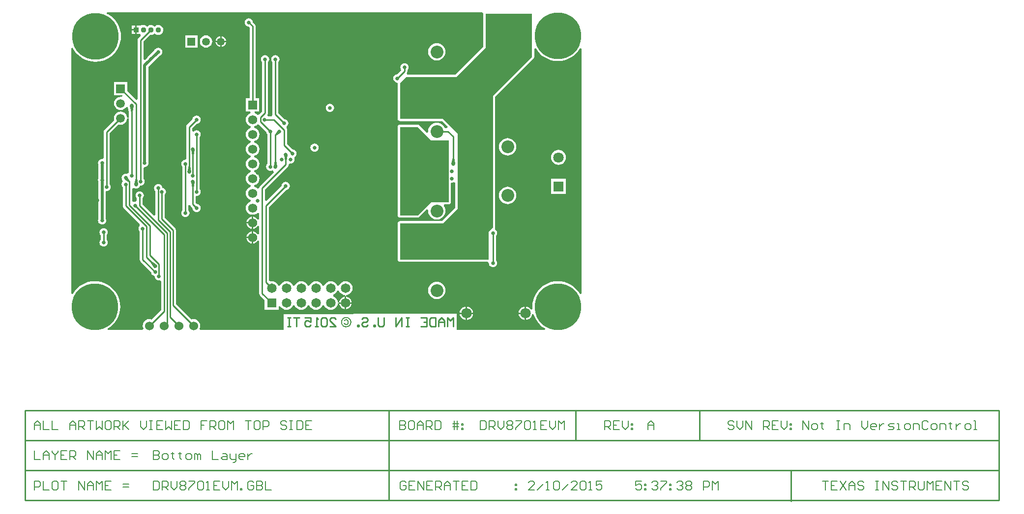
<source format=gbl>
%FSAX25Y25*%
%MOIN*%
G70*
G01*
G75*
G04 Layer_Physical_Order=2*
G04 Layer_Color=16711680*
%ADD10R,0.05402X0.02795*%
%ADD11R,0.02323X0.02795*%
%ADD12R,0.05512X0.08268*%
%ADD13O,0.08268X0.01772*%
%ADD14O,0.00945X0.02362*%
%ADD15O,0.02362X0.00945*%
%ADD16R,0.11024X0.11024*%
%ADD17O,0.06693X0.01378*%
%ADD18R,0.01000X0.01000*%
%ADD19R,0.04724X0.04724*%
%ADD20C,0.03937*%
%ADD21R,0.06299X0.08268*%
%ADD22R,0.07480X0.07087*%
%ADD23R,0.07480X0.07480*%
%ADD24R,0.05315X0.01575*%
%ADD25R,0.05906X0.13780*%
%ADD26R,0.04331X0.10236*%
%ADD27R,0.08000X0.04500*%
%ADD28R,0.05512X0.04331*%
%ADD29R,0.03347X0.03150*%
%ADD30R,0.01969X0.02362*%
%ADD31R,0.03150X0.03347*%
%ADD32R,0.04331X0.05512*%
%ADD33C,0.01000*%
%ADD34C,0.03000*%
%ADD35C,0.02000*%
%ADD36C,0.00800*%
%ADD37R,0.15157X0.17795*%
%ADD38C,0.07087*%
%ADD39R,0.07087X0.07087*%
%ADD40C,0.06000*%
%ADD41C,0.02500*%
%ADD42C,0.31496*%
%ADD43R,0.05906X0.05906*%
%ADD44C,0.05906*%
%ADD45C,0.08700*%
%ADD46C,0.06200*%
%ADD47R,0.06200X0.06200*%
%ADD48R,0.06496X0.06496*%
%ADD49C,0.06496*%
%ADD50R,0.05906X0.05906*%
%ADD51R,0.03740X0.03740*%
%ADD52C,0.03740*%
%ADD53R,0.05315X0.05315*%
%ADD54C,0.05315*%
%ADD55R,0.07087X0.07087*%
%ADD56C,0.02000*%
G36*
X0315200Y0284400D02*
X0327200D01*
Y0242400D01*
X0315200D01*
X0306200Y0233400D01*
X0294200D01*
Y0293400D01*
X0306200D01*
X0315200Y0284400D01*
D02*
G37*
G36*
X0383700Y0340900D02*
X0357200Y0314400D01*
Y0225400D01*
X0354200Y0222400D01*
Y0203400D01*
X0294200D01*
Y0227900D01*
X0323200D01*
X0333200Y0237900D01*
Y0288900D01*
X0323200Y0298900D01*
X0294200D01*
Y0323400D01*
X0298200Y0327400D01*
X0332259D01*
X0352200Y0347400D01*
Y0370400D01*
X0383700D01*
Y0340900D01*
D02*
G37*
G36*
X0258022Y0164391D02*
X0258342Y0164342D01*
X0258634Y0164264D01*
X0258770Y0164225D01*
X0258896Y0164187D01*
X0259013Y0164138D01*
X0259120Y0164099D01*
X0259207Y0164060D01*
X0259285Y0164021D01*
X0259344Y0163992D01*
X0259392Y0163973D01*
X0259421Y0163963D01*
X0259431Y0163953D01*
X0259723Y0163769D01*
X0259985Y0163555D01*
X0260209Y0163341D01*
X0260393Y0163127D01*
X0260471Y0163030D01*
X0260539Y0162942D01*
X0260597Y0162865D01*
X0260646Y0162787D01*
X0260685Y0162729D01*
X0260714Y0162690D01*
X0260724Y0162661D01*
X0260733Y0162651D01*
X0260811Y0162495D01*
X0260889Y0162340D01*
X0261006Y0162019D01*
X0261083Y0161727D01*
X0261112Y0161591D01*
X0261142Y0161455D01*
X0261161Y0161339D01*
X0261171Y0161232D01*
X0261190Y0161135D01*
Y0161047D01*
X0261200Y0160979D01*
Y0160930D01*
Y0160901D01*
Y0160891D01*
X0261190Y0160726D01*
X0261181Y0160551D01*
X0261132Y0160231D01*
X0261054Y0159939D01*
X0261015Y0159803D01*
X0260967Y0159677D01*
X0260928Y0159560D01*
X0260889Y0159453D01*
X0260850Y0159365D01*
X0260811Y0159288D01*
X0260782Y0159229D01*
X0260763Y0159181D01*
X0260743Y0159152D01*
Y0159142D01*
X0260549Y0158850D01*
X0260345Y0158588D01*
X0260121Y0158364D01*
X0260024Y0158267D01*
X0259917Y0158180D01*
X0259820Y0158102D01*
X0259732Y0158034D01*
X0259645Y0157975D01*
X0259577Y0157927D01*
X0259518Y0157888D01*
X0259480Y0157859D01*
X0259450Y0157849D01*
X0259441Y0157839D01*
X0259285Y0157762D01*
X0259120Y0157694D01*
X0258809Y0157577D01*
X0258517Y0157499D01*
X0258381Y0157460D01*
X0258245Y0157441D01*
X0258128Y0157421D01*
X0258022Y0157412D01*
X0257924Y0157392D01*
X0257837D01*
X0257769Y0157383D01*
X0257681D01*
X0257506Y0157392D01*
X0257341Y0157402D01*
X0257020Y0157451D01*
X0256729Y0157528D01*
X0256593Y0157567D01*
X0256466Y0157616D01*
X0256350Y0157655D01*
X0256243Y0157694D01*
X0256155Y0157732D01*
X0256078Y0157771D01*
X0256019Y0157800D01*
X0255971Y0157820D01*
X0255942Y0157839D01*
X0255932D01*
X0255640Y0158034D01*
X0255378Y0158238D01*
X0255154Y0158461D01*
X0255057Y0158559D01*
X0254970Y0158666D01*
X0254892Y0158763D01*
X0254824Y0158850D01*
X0254765Y0158938D01*
X0254717Y0159006D01*
X0254678Y0159064D01*
X0254649Y0159103D01*
X0254639Y0159132D01*
X0254629Y0159142D01*
X0254552Y0159297D01*
X0254474Y0159453D01*
X0254357Y0159764D01*
X0254279Y0160065D01*
X0254250Y0160201D01*
X0254221Y0160328D01*
X0254202Y0160454D01*
X0254182Y0160561D01*
X0254172Y0160658D01*
Y0160736D01*
X0254163Y0160804D01*
Y0160853D01*
Y0160882D01*
Y0160891D01*
X0254172Y0161066D01*
X0254182Y0161232D01*
X0254240Y0161552D01*
X0254309Y0161854D01*
X0254357Y0161990D01*
X0254396Y0162116D01*
X0254445Y0162233D01*
X0254484Y0162340D01*
X0254532Y0162427D01*
X0254561Y0162505D01*
X0254590Y0162563D01*
X0254620Y0162612D01*
X0254629Y0162641D01*
X0254639Y0162651D01*
X0254833Y0162952D01*
X0255047Y0163215D01*
X0255261Y0163438D01*
X0255368Y0163535D01*
X0255475Y0163623D01*
X0255572Y0163700D01*
X0255660Y0163769D01*
X0255747Y0163817D01*
X0255815Y0163866D01*
X0255873Y0163905D01*
X0255912Y0163934D01*
X0255942Y0163944D01*
X0255951Y0163953D01*
X0256107Y0164031D01*
X0256262Y0164109D01*
X0256573Y0164216D01*
X0256865Y0164303D01*
X0257127Y0164352D01*
X0257244Y0164371D01*
X0257351Y0164391D01*
X0257448Y0164400D01*
X0257526D01*
X0257594Y0164410D01*
X0257847D01*
X0258022Y0164391D01*
D02*
G37*
G36*
X0350671Y0370400D02*
Y0348032D01*
X0331624Y0328929D01*
X0299271D01*
X0299025Y0329237D01*
X0298786Y0329929D01*
X0299084Y0330376D01*
X0299239Y0331156D01*
Y0332040D01*
X0299602Y0332513D01*
X0299879Y0333182D01*
X0299974Y0333900D01*
X0299879Y0334618D01*
X0299602Y0335287D01*
X0299161Y0335861D01*
X0298587Y0336302D01*
X0297918Y0336579D01*
X0297200Y0336674D01*
X0296482Y0336579D01*
X0295813Y0336302D01*
X0295239Y0335861D01*
X0294798Y0335287D01*
X0294521Y0334618D01*
X0294426Y0333900D01*
X0294521Y0333182D01*
X0294798Y0332513D01*
X0295161Y0332040D01*
Y0332001D01*
X0292317Y0329157D01*
X0291726Y0329079D01*
X0291057Y0328802D01*
X0290483Y0328361D01*
X0290042Y0327787D01*
X0289765Y0327118D01*
X0289670Y0326400D01*
X0289765Y0325682D01*
X0290042Y0325013D01*
X0290483Y0324439D01*
X0290893Y0324124D01*
X0291057Y0323998D01*
X0291726Y0323721D01*
Y0323721D01*
X0291726D01*
X0292531Y0323250D01*
X0292671Y0322648D01*
Y0298900D01*
X0292787Y0298315D01*
X0293119Y0297819D01*
X0293615Y0297487D01*
X0294200Y0297371D01*
X0322567D01*
X0326498Y0293439D01*
X0326084Y0292439D01*
X0324695D01*
X0324631Y0292650D01*
X0324088Y0293666D01*
X0323357Y0294557D01*
X0322466Y0295288D01*
X0321449Y0295831D01*
X0320347Y0296165D01*
X0319200Y0296278D01*
X0318053Y0296165D01*
X0316950Y0295831D01*
X0315934Y0295288D01*
X0315043Y0294557D01*
X0314312Y0293666D01*
X0313769Y0292650D01*
X0313435Y0291547D01*
X0313322Y0290400D01*
X0313381Y0289796D01*
X0312421Y0289342D01*
X0307281Y0294481D01*
X0306785Y0294813D01*
X0306200Y0294929D01*
X0294200D01*
X0293615Y0294813D01*
X0293119Y0294481D01*
X0292787Y0293985D01*
X0292671Y0293400D01*
Y0233400D01*
X0292787Y0232815D01*
X0293119Y0232319D01*
X0293615Y0231987D01*
X0294200Y0231871D01*
X0306200D01*
X0306785Y0231987D01*
X0307281Y0232319D01*
X0312421Y0237458D01*
X0313381Y0237004D01*
X0313322Y0236400D01*
X0313435Y0235253D01*
X0313769Y0234151D01*
X0314312Y0233134D01*
X0315043Y0232243D01*
X0315934Y0231512D01*
X0316950Y0230969D01*
X0318053Y0230635D01*
X0319200Y0230522D01*
X0320347Y0230635D01*
X0321449Y0230969D01*
X0322466Y0231512D01*
X0323357Y0232243D01*
X0324088Y0233134D01*
X0324631Y0234151D01*
X0324965Y0235253D01*
X0325078Y0236400D01*
X0324965Y0237547D01*
X0324631Y0238650D01*
X0324088Y0239666D01*
X0323920Y0239871D01*
X0324393Y0240871D01*
X0327200D01*
X0327785Y0240987D01*
X0328281Y0241319D01*
X0328613Y0241815D01*
X0328729Y0242400D01*
Y0255213D01*
X0329200Y0255626D01*
X0329918Y0255721D01*
X0330587Y0255998D01*
X0330671Y0256062D01*
X0331671Y0255569D01*
Y0238533D01*
X0322567Y0229429D01*
X0294200D01*
X0293615Y0229313D01*
X0293119Y0228981D01*
X0292787Y0228485D01*
X0292671Y0227900D01*
Y0203400D01*
X0292787Y0202815D01*
X0293119Y0202319D01*
X0293615Y0201987D01*
X0294200Y0201871D01*
X0353597D01*
X0353601Y0201870D01*
X0354402Y0201004D01*
X0354426Y0200900D01*
X0354427Y0200896D01*
X0354521Y0200182D01*
X0354798Y0199513D01*
X0355239Y0198939D01*
X0355813Y0198498D01*
X0356482Y0198221D01*
X0357200Y0198126D01*
X0357918Y0198221D01*
X0358587Y0198498D01*
X0359161Y0198939D01*
X0359602Y0199513D01*
X0359879Y0200182D01*
X0359974Y0200900D01*
X0359879Y0201618D01*
X0359602Y0202287D01*
X0359239Y0202760D01*
Y0219540D01*
X0359602Y0220013D01*
X0359879Y0220682D01*
X0359974Y0221400D01*
X0359879Y0222118D01*
X0359602Y0222787D01*
X0359161Y0223361D01*
X0358922Y0223545D01*
X0358591Y0223945D01*
X0358613Y0224815D01*
X0358729Y0225400D01*
Y0313767D01*
X0384781Y0339819D01*
X0385113Y0340315D01*
X0385229Y0340900D01*
Y0346527D01*
X0386229Y0346760D01*
X0386231Y0346758D01*
X0387487Y0344878D01*
X0388978Y0343178D01*
X0390677Y0341687D01*
X0392558Y0340431D01*
X0394585Y0339431D01*
X0396726Y0338704D01*
X0398944Y0338263D01*
X0401200Y0338115D01*
X0403456Y0338263D01*
X0405674Y0338704D01*
X0407815Y0339431D01*
X0409842Y0340431D01*
X0411723Y0341687D01*
X0413422Y0343178D01*
X0414913Y0344878D01*
X0416169Y0346758D01*
X0416187Y0346793D01*
X0417161Y0346566D01*
Y0180234D01*
X0416187Y0180007D01*
X0416169Y0180043D01*
X0414913Y0181922D01*
X0413422Y0183622D01*
X0411723Y0185113D01*
X0409842Y0186369D01*
X0407815Y0187369D01*
X0405674Y0188096D01*
X0403456Y0188537D01*
X0401200Y0188685D01*
X0398944Y0188537D01*
X0396726Y0188096D01*
X0394585Y0187369D01*
X0392558Y0186369D01*
X0390677Y0185113D01*
X0388978Y0183622D01*
X0387487Y0181922D01*
X0386231Y0180043D01*
X0385231Y0178015D01*
X0384504Y0175874D01*
X0384063Y0173656D01*
X0383915Y0171400D01*
X0384031Y0169636D01*
X0383678Y0169454D01*
X0383047Y0169349D01*
X0382440Y0170140D01*
X0381491Y0170869D01*
X0380386Y0171326D01*
X0379700Y0171417D01*
Y0166900D01*
Y0162383D01*
X0380386Y0162474D01*
X0381491Y0162931D01*
X0382440Y0163660D01*
X0383169Y0164609D01*
X0383626Y0165714D01*
X0383692Y0166209D01*
X0384713Y0166309D01*
X0385231Y0164785D01*
X0386231Y0162758D01*
X0387487Y0160878D01*
X0388978Y0159178D01*
X0390677Y0157687D01*
X0392558Y0156431D01*
X0392593Y0156413D01*
X0392366Y0155439D01*
X0333654D01*
X0332700Y0155550D01*
Y0166548D01*
X0262721D01*
Y0166410D01*
X0252163D01*
Y0166398D01*
X0215403D01*
Y0155439D01*
X0158746D01*
X0158259Y0156439D01*
X0158584Y0157225D01*
X0158739Y0158400D01*
X0158584Y0159575D01*
X0158131Y0160669D01*
X0157409Y0161609D01*
X0156469Y0162331D01*
X0155375Y0162784D01*
X0154200Y0162939D01*
X0153025Y0162784D01*
X0152795Y0162689D01*
X0142239Y0173245D01*
Y0223400D01*
X0142084Y0224180D01*
X0141642Y0224842D01*
X0134739Y0231745D01*
Y0247540D01*
X0135102Y0248013D01*
X0135379Y0248682D01*
X0135474Y0249400D01*
X0135379Y0250118D01*
X0135102Y0250787D01*
X0134661Y0251361D01*
X0134087Y0251802D01*
X0133418Y0252079D01*
X0132942Y0252142D01*
X0132879Y0252618D01*
X0132602Y0253287D01*
X0132161Y0253861D01*
X0131587Y0254302D01*
X0130918Y0254579D01*
X0130200Y0254674D01*
X0129482Y0254579D01*
X0128813Y0254302D01*
X0128239Y0253861D01*
X0127798Y0253287D01*
X0127521Y0252618D01*
X0127426Y0251900D01*
X0127521Y0251182D01*
X0127798Y0250513D01*
X0128161Y0250040D01*
Y0233630D01*
X0127237Y0233247D01*
X0119739Y0240745D01*
Y0245040D01*
X0120102Y0245513D01*
X0120379Y0246182D01*
X0120474Y0246900D01*
X0120379Y0247618D01*
X0120102Y0248287D01*
X0119661Y0248861D01*
X0119087Y0249302D01*
X0118418Y0249579D01*
X0117700Y0249674D01*
X0116982Y0249579D01*
X0116313Y0249302D01*
X0115739Y0248861D01*
X0115298Y0248287D01*
X0115021Y0247618D01*
X0114926Y0246900D01*
X0115021Y0246182D01*
X0115298Y0245513D01*
X0115661Y0245040D01*
Y0243506D01*
X0114700Y0242674D01*
X0113982Y0242579D01*
X0113739Y0242479D01*
X0112739Y0243035D01*
Y0251561D01*
X0113739Y0252055D01*
X0113813Y0251998D01*
X0114482Y0251721D01*
X0115200Y0251626D01*
X0115918Y0251721D01*
X0116587Y0251998D01*
X0117161Y0252439D01*
X0117602Y0253013D01*
X0117874Y0253669D01*
X0118200Y0253626D01*
X0118918Y0253721D01*
X0119587Y0253998D01*
X0120161Y0254439D01*
X0120602Y0255013D01*
X0120879Y0255682D01*
X0120974Y0256400D01*
X0120879Y0257118D01*
X0120602Y0257787D01*
X0120239Y0258260D01*
Y0265238D01*
X0120968Y0266150D01*
X0121686Y0266245D01*
X0122355Y0266522D01*
X0122930Y0266963D01*
X0123370Y0267537D01*
X0123647Y0268206D01*
X0123742Y0268924D01*
X0123647Y0269642D01*
X0123517Y0269956D01*
Y0334112D01*
X0131272Y0341868D01*
X0131587Y0341998D01*
X0132161Y0342439D01*
X0132602Y0343013D01*
X0132879Y0343682D01*
X0132974Y0344400D01*
X0132879Y0345118D01*
X0132602Y0345787D01*
X0132161Y0346361D01*
X0131587Y0346802D01*
X0130918Y0347079D01*
X0130200Y0347174D01*
X0129482Y0347079D01*
X0128813Y0346802D01*
X0128239Y0346361D01*
X0127798Y0345787D01*
X0127668Y0345472D01*
X0122905Y0340710D01*
X0121163Y0338968D01*
X0120239Y0339351D01*
Y0351435D01*
X0124765Y0355961D01*
X0125221Y0355901D01*
X0126101Y0356017D01*
X0126920Y0356357D01*
X0127624Y0356897D01*
X0127817D01*
X0128521Y0356357D01*
X0129341Y0356017D01*
X0130221Y0355901D01*
X0131101Y0356017D01*
X0131920Y0356357D01*
X0132624Y0356897D01*
X0133165Y0357601D01*
X0133504Y0358421D01*
X0133620Y0359300D01*
X0133504Y0360180D01*
X0133165Y0361000D01*
X0132624Y0361704D01*
X0131920Y0362244D01*
X0131101Y0362584D01*
X0130221Y0362700D01*
X0129341Y0362584D01*
X0128521Y0362244D01*
X0127817Y0361704D01*
X0127624D01*
X0126920Y0362244D01*
X0126101Y0362584D01*
X0125221Y0362700D01*
X0124341Y0362584D01*
X0123521Y0362244D01*
X0122817Y0361704D01*
X0122624D01*
X0121920Y0362244D01*
X0121101Y0362584D01*
X0120221Y0362700D01*
X0119341Y0362584D01*
X0119029Y0362454D01*
X0118091Y0362171D01*
X0118091D01*
X0118091Y0362171D01*
X0118091Y0362171D01*
X0115721D01*
Y0359300D01*
Y0356430D01*
X0118053D01*
X0118303Y0356160D01*
X0118455Y0355418D01*
X0116758Y0353722D01*
X0116316Y0353060D01*
X0116161Y0352280D01*
Y0312130D01*
X0115237Y0311747D01*
X0109153Y0317831D01*
Y0323853D01*
X0100247D01*
Y0314947D01*
X0105907D01*
X0106088Y0314675D01*
X0105477Y0313789D01*
X0104700Y0313891D01*
X0103538Y0313738D01*
X0102454Y0313289D01*
X0101524Y0312576D01*
X0100811Y0311646D01*
X0100362Y0310562D01*
X0100209Y0309400D01*
X0100362Y0308238D01*
X0100811Y0307154D01*
X0101524Y0306224D01*
X0102454Y0305510D01*
X0103538Y0305062D01*
X0104700Y0304909D01*
X0105862Y0305062D01*
X0106946Y0305510D01*
X0107876Y0306224D01*
X0108506Y0307046D01*
X0108939Y0307051D01*
X0109554Y0306869D01*
X0110161Y0303469D01*
Y0299696D01*
X0109259Y0299637D01*
X0109201Y0299633D01*
X0109167Y0299631D01*
X0109161Y0299631D01*
X0109096Y0300123D01*
Y0300123D01*
X0109038Y0300562D01*
X0108589Y0301646D01*
X0107876Y0302576D01*
X0106946Y0303290D01*
X0105862Y0303738D01*
X0104700Y0303891D01*
X0103538Y0303738D01*
X0102454Y0303290D01*
X0101524Y0302576D01*
X0100811Y0301646D01*
X0100362Y0300562D01*
X0100209Y0299400D01*
X0100362Y0298238D01*
X0100447Y0298031D01*
X0093758Y0291342D01*
X0093316Y0290680D01*
X0093161Y0289900D01*
Y0272506D01*
X0092200Y0271674D01*
X0091482Y0271579D01*
X0090813Y0271302D01*
X0090239Y0270861D01*
X0089798Y0270287D01*
X0089521Y0269618D01*
X0089426Y0268900D01*
X0089521Y0268182D01*
X0089651Y0267868D01*
Y0261650D01*
Y0258432D01*
X0089521Y0258118D01*
X0089426Y0257400D01*
X0089521Y0256682D01*
X0089651Y0256368D01*
Y0250150D01*
Y0230932D01*
X0089521Y0230618D01*
X0089426Y0229900D01*
X0089521Y0229182D01*
X0089798Y0228513D01*
X0090239Y0227939D01*
X0090813Y0227498D01*
X0091482Y0227221D01*
X0092200Y0227126D01*
X0092918Y0227221D01*
X0093587Y0227498D01*
X0094161Y0227939D01*
X0094602Y0228513D01*
X0094879Y0229182D01*
X0094974Y0229900D01*
X0094879Y0230618D01*
X0094749Y0230932D01*
Y0249510D01*
X0095200Y0249906D01*
X0095918Y0250000D01*
X0096587Y0250277D01*
X0097161Y0250718D01*
X0097602Y0251293D01*
X0097879Y0251962D01*
X0097974Y0252679D01*
X0097879Y0253397D01*
X0097602Y0254066D01*
X0097239Y0254539D01*
Y0289055D01*
X0103331Y0295147D01*
X0103538Y0295062D01*
X0104700Y0294909D01*
X0105862Y0295062D01*
X0106946Y0295511D01*
X0107876Y0296224D01*
X0108589Y0297154D01*
X0109038Y0298238D01*
X0109096Y0298677D01*
Y0298677D01*
X0109161Y0299169D01*
X0109167Y0299169D01*
X0109201Y0299167D01*
X0109259Y0299163D01*
X0110161Y0299104D01*
Y0262260D01*
X0110062Y0262131D01*
X0109798Y0261787D01*
X0108918Y0261579D01*
X0108200Y0261674D01*
X0107482Y0261579D01*
X0106813Y0261302D01*
X0106239Y0260861D01*
X0105798Y0260287D01*
X0105521Y0259618D01*
X0105426Y0258900D01*
X0105521Y0258182D01*
X0105798Y0257513D01*
X0105909Y0257369D01*
X0106239Y0256361D01*
X0105798Y0255787D01*
X0105521Y0255118D01*
X0105426Y0254400D01*
X0105521Y0253682D01*
X0105798Y0253013D01*
X0106161Y0252540D01*
Y0239900D01*
X0106316Y0239120D01*
X0106758Y0238458D01*
X0117657Y0227559D01*
X0117739Y0226361D01*
X0117298Y0225787D01*
X0117021Y0225118D01*
X0116926Y0224400D01*
X0117021Y0223682D01*
X0117298Y0223013D01*
X0117661Y0222540D01*
Y0203400D01*
X0117816Y0202620D01*
X0118258Y0201958D01*
X0125443Y0194773D01*
X0125521Y0194182D01*
X0125798Y0193513D01*
X0126239Y0192939D01*
X0126813Y0192498D01*
X0127482Y0192221D01*
X0127702Y0192192D01*
X0127926Y0191900D01*
X0128021Y0191182D01*
X0128298Y0190513D01*
X0128739Y0189939D01*
X0129313Y0189498D01*
X0129982Y0189221D01*
X0130700Y0189126D01*
X0131161Y0189187D01*
X0131849Y0188771D01*
X0132161Y0188446D01*
Y0169245D01*
X0125605Y0162689D01*
X0125375Y0162784D01*
X0124200Y0162939D01*
X0123025Y0162784D01*
X0121931Y0162331D01*
X0120991Y0161609D01*
X0120269Y0160669D01*
X0119816Y0159575D01*
X0119661Y0158400D01*
X0119816Y0157225D01*
X0120141Y0156439D01*
X0119654Y0155439D01*
X0096034D01*
X0095807Y0156413D01*
X0095842Y0156431D01*
X0097723Y0157687D01*
X0099422Y0159178D01*
X0100913Y0160878D01*
X0102169Y0162758D01*
X0103169Y0164785D01*
X0103896Y0166926D01*
X0104337Y0169144D01*
X0104485Y0171400D01*
X0104337Y0173656D01*
X0103896Y0175874D01*
X0103169Y0178015D01*
X0102169Y0180043D01*
X0100913Y0181922D01*
X0099422Y0183622D01*
X0097723Y0185113D01*
X0095842Y0186369D01*
X0093815Y0187369D01*
X0091674Y0188096D01*
X0089456Y0188537D01*
X0087200Y0188685D01*
X0084944Y0188537D01*
X0082726Y0188096D01*
X0080585Y0187369D01*
X0078557Y0186369D01*
X0076678Y0185113D01*
X0074978Y0183622D01*
X0073487Y0181922D01*
X0072231Y0180043D01*
X0072213Y0180007D01*
X0071239Y0180234D01*
Y0347021D01*
X0072239Y0347254D01*
X0072731Y0346257D01*
X0073987Y0344377D01*
X0075478Y0342678D01*
X0077178Y0341187D01*
X0079058Y0339931D01*
X0081085Y0338931D01*
X0083226Y0338204D01*
X0085444Y0337763D01*
X0087700Y0337615D01*
X0089956Y0337763D01*
X0092174Y0338204D01*
X0094315Y0338931D01*
X0096342Y0339931D01*
X0098223Y0341187D01*
X0099922Y0342678D01*
X0101413Y0344377D01*
X0102669Y0346257D01*
X0103669Y0348285D01*
X0104396Y0350426D01*
X0104837Y0352644D01*
X0104985Y0354900D01*
X0104837Y0357156D01*
X0104396Y0359374D01*
X0103669Y0361515D01*
X0102669Y0363543D01*
X0101413Y0365423D01*
X0099922Y0367122D01*
X0098223Y0368613D01*
X0096342Y0369869D01*
X0095346Y0370361D01*
X0095579Y0371361D01*
X0349927D01*
X0350671Y0370400D01*
D02*
G37*
%LPC*%
G36*
X0257700Y0178119D02*
Y0174400D01*
X0261419D01*
X0261339Y0175009D01*
X0260911Y0176042D01*
X0260230Y0176930D01*
X0259342Y0177611D01*
X0258309Y0178039D01*
X0257868Y0178097D01*
X0257868D01*
X0257700Y0178119D01*
D02*
G37*
G36*
X0319200Y0188278D02*
X0318053Y0188165D01*
X0316950Y0187831D01*
X0315934Y0187288D01*
X0315043Y0186557D01*
X0314312Y0185666D01*
X0313769Y0184650D01*
X0313435Y0183547D01*
X0313322Y0182400D01*
X0313435Y0181253D01*
X0313769Y0180150D01*
X0314312Y0179134D01*
X0315043Y0178243D01*
X0315934Y0177512D01*
X0316950Y0176969D01*
X0318053Y0176635D01*
X0319200Y0176522D01*
X0320347Y0176635D01*
X0321449Y0176969D01*
X0322466Y0177512D01*
X0323357Y0178243D01*
X0324088Y0179134D01*
X0324631Y0180150D01*
X0324965Y0181253D01*
X0325078Y0182400D01*
X0324965Y0183547D01*
X0324631Y0184650D01*
X0324088Y0185666D01*
X0323357Y0186557D01*
X0322466Y0187288D01*
X0321449Y0187831D01*
X0320347Y0188165D01*
X0319200Y0188278D01*
D02*
G37*
G36*
X0261419Y0173400D02*
X0257700D01*
Y0169681D01*
X0258309Y0169761D01*
X0259342Y0170189D01*
X0260230Y0170870D01*
X0260911Y0171758D01*
X0261339Y0172791D01*
X0261419Y0173400D01*
D02*
G37*
G36*
X0256700Y0178119D02*
X0256532Y0178097D01*
X0256532D01*
X0256091Y0178039D01*
X0255058Y0177611D01*
X0254170Y0176930D01*
X0253489Y0176042D01*
X0253061Y0175009D01*
X0253003Y0174568D01*
Y0174568D01*
X0252981Y0174400D01*
X0256700D01*
Y0178119D01*
D02*
G37*
G36*
X0193700Y0217900D02*
X0190130D01*
X0190206Y0217330D01*
X0190619Y0216332D01*
X0191276Y0215476D01*
X0192132Y0214819D01*
X0193130Y0214405D01*
X0193700Y0214331D01*
Y0217900D01*
D02*
G37*
G36*
Y0222469D02*
X0193130Y0222394D01*
X0192132Y0221981D01*
X0191276Y0221324D01*
X0190619Y0220468D01*
X0190206Y0219470D01*
X0190130Y0218900D01*
X0193700D01*
Y0222469D01*
D02*
G37*
G36*
X0114721Y0358801D02*
X0112351D01*
Y0356430D01*
X0114721D01*
Y0358801D01*
D02*
G37*
G36*
X0093200Y0224674D02*
X0092482Y0224579D01*
X0091813Y0224302D01*
X0091239Y0223861D01*
X0090798Y0223287D01*
X0090521Y0222618D01*
X0090426Y0221900D01*
X0090521Y0221182D01*
X0090798Y0220513D01*
X0091161Y0220040D01*
Y0216760D01*
X0090798Y0216287D01*
X0090521Y0215618D01*
X0090426Y0214900D01*
X0090521Y0214182D01*
X0090798Y0213513D01*
X0091239Y0212939D01*
X0091813Y0212498D01*
X0092482Y0212221D01*
X0093200Y0212126D01*
X0093918Y0212221D01*
X0094587Y0212498D01*
X0095161Y0212939D01*
X0095602Y0213513D01*
X0095879Y0214182D01*
X0095974Y0214900D01*
X0095879Y0215618D01*
X0095602Y0216287D01*
X0095239Y0216760D01*
Y0220040D01*
X0095602Y0220513D01*
X0095879Y0221182D01*
X0095974Y0221900D01*
X0095879Y0222618D01*
X0095602Y0223287D01*
X0095161Y0223861D01*
X0094587Y0224302D01*
X0093918Y0224579D01*
X0093200Y0224674D01*
D02*
G37*
G36*
X0338700Y0166400D02*
X0334683D01*
X0334774Y0165714D01*
X0335231Y0164609D01*
X0335960Y0163660D01*
X0336909Y0162931D01*
X0338014Y0162474D01*
X0338700Y0162383D01*
Y0166400D01*
D02*
G37*
G36*
X0343717D02*
X0339700D01*
Y0162383D01*
X0340386Y0162474D01*
X0341491Y0162931D01*
X0342440Y0163660D01*
X0343169Y0164609D01*
X0343626Y0165714D01*
X0343717Y0166400D01*
D02*
G37*
G36*
X0114721Y0362171D02*
X0112351D01*
Y0359801D01*
X0114721D01*
Y0362171D01*
D02*
G37*
G36*
X0257749Y0163710D02*
X0257681D01*
X0257419Y0163691D01*
X0257166Y0163652D01*
X0256933Y0163594D01*
X0256719Y0163526D01*
X0256632Y0163487D01*
X0256544Y0163458D01*
X0256476Y0163428D01*
X0256418Y0163399D01*
X0256369Y0163380D01*
X0256330Y0163360D01*
X0256311Y0163341D01*
X0256301D01*
X0256068Y0163195D01*
X0255854Y0163030D01*
X0255669Y0162855D01*
X0255523Y0162690D01*
X0255407Y0162534D01*
X0255358Y0162466D01*
X0255319Y0162417D01*
X0255290Y0162369D01*
X0255271Y0162330D01*
X0255251Y0162311D01*
Y0162301D01*
X0255125Y0162048D01*
X0255028Y0161795D01*
X0254960Y0161562D01*
X0254911Y0161348D01*
X0254892Y0161251D01*
X0254882Y0161164D01*
X0254872Y0161086D01*
Y0161018D01*
X0254863Y0160959D01*
Y0160921D01*
Y0160901D01*
Y0160891D01*
X0254882Y0160619D01*
X0254921Y0160367D01*
X0254979Y0160133D01*
X0255047Y0159920D01*
X0255086Y0159822D01*
X0255125Y0159745D01*
X0255154Y0159667D01*
X0255183Y0159608D01*
X0255203Y0159560D01*
X0255222Y0159521D01*
X0255242Y0159502D01*
Y0159492D01*
X0255387Y0159258D01*
X0255562Y0159045D01*
X0255737Y0158870D01*
X0255903Y0158724D01*
X0256048Y0158607D01*
X0256116Y0158559D01*
X0256175Y0158520D01*
X0256214Y0158491D01*
X0256253Y0158471D01*
X0256272Y0158452D01*
X0256282D01*
X0256534Y0158325D01*
X0256787Y0158238D01*
X0257020Y0158170D01*
X0257234Y0158131D01*
X0257331Y0158112D01*
X0257419Y0158102D01*
X0257487Y0158092D01*
X0257555D01*
X0257613Y0158082D01*
X0257681D01*
X0257954Y0158102D01*
X0258216Y0158141D01*
X0258449Y0158199D01*
X0258663Y0158267D01*
X0258760Y0158306D01*
X0258838Y0158335D01*
X0258916Y0158364D01*
X0258974Y0158393D01*
X0259023Y0158423D01*
X0259062Y0158432D01*
X0259081Y0158452D01*
X0259091D01*
X0259324Y0158607D01*
X0259538Y0158773D01*
X0259713Y0158948D01*
X0259859Y0159113D01*
X0259975Y0159258D01*
X0260024Y0159327D01*
X0260063Y0159385D01*
X0260092Y0159424D01*
X0260111Y0159463D01*
X0260131Y0159482D01*
Y0159492D01*
X0260257Y0159745D01*
X0260345Y0159997D01*
X0260413Y0160231D01*
X0260452Y0160444D01*
X0260471Y0160541D01*
X0260481Y0160629D01*
X0260490Y0160707D01*
Y0160765D01*
X0260500Y0160823D01*
Y0160862D01*
Y0160882D01*
Y0160891D01*
X0260481Y0161164D01*
X0260442Y0161426D01*
X0260384Y0161659D01*
X0260306Y0161873D01*
X0260277Y0161970D01*
X0260238Y0162048D01*
X0260209Y0162126D01*
X0260179Y0162184D01*
X0260160Y0162233D01*
X0260140Y0162272D01*
X0260121Y0162291D01*
Y0162301D01*
X0259966Y0162544D01*
X0259800Y0162748D01*
X0259625Y0162933D01*
X0259460Y0163078D01*
X0259314Y0163195D01*
X0259246Y0163234D01*
X0259188Y0163273D01*
X0259149Y0163302D01*
X0259110Y0163321D01*
X0259091Y0163341D01*
X0259081D01*
X0258828Y0163467D01*
X0258576Y0163555D01*
X0258342Y0163623D01*
X0258128Y0163662D01*
X0258031Y0163681D01*
X0257944Y0163691D01*
X0257866Y0163700D01*
X0257808D01*
X0257749Y0163710D01*
D02*
G37*
G36*
X0378700Y0166400D02*
X0374683D01*
X0374774Y0165714D01*
X0375231Y0164609D01*
X0375960Y0163660D01*
X0376909Y0162931D01*
X0378014Y0162474D01*
X0378700Y0162383D01*
Y0166400D01*
D02*
G37*
G36*
Y0171417D02*
X0378014Y0171326D01*
X0376909Y0170869D01*
X0375960Y0170140D01*
X0375231Y0169191D01*
X0374774Y0168086D01*
X0374683Y0167400D01*
X0378700D01*
Y0171417D01*
D02*
G37*
G36*
X0256700Y0173400D02*
X0252981D01*
X0253003Y0173232D01*
Y0173232D01*
X0253061Y0172791D01*
X0253489Y0171758D01*
X0254170Y0170870D01*
X0255058Y0170189D01*
X0256091Y0169761D01*
X0256700Y0169681D01*
Y0173400D01*
D02*
G37*
G36*
X0338700Y0171417D02*
X0338014Y0171326D01*
X0336909Y0170869D01*
X0335960Y0170140D01*
X0335231Y0169191D01*
X0334774Y0168086D01*
X0334683Y0167400D01*
X0338700D01*
Y0171417D01*
D02*
G37*
G36*
X0339700D02*
Y0167400D01*
X0343717D01*
X0343626Y0168086D01*
X0343169Y0169191D01*
X0342440Y0170140D01*
X0341491Y0170869D01*
X0340386Y0171326D01*
X0339700Y0171417D01*
D02*
G37*
G36*
X0193700Y0227900D02*
X0190130D01*
X0190206Y0227330D01*
X0190619Y0226332D01*
X0191276Y0225476D01*
X0192132Y0224819D01*
X0193130Y0224406D01*
X0193700Y0224330D01*
Y0227900D01*
D02*
G37*
G36*
X0162700Y0355593D02*
X0161615Y0355451D01*
X0160603Y0355032D01*
X0159735Y0354365D01*
X0159069Y0353497D01*
X0158650Y0352485D01*
X0158507Y0351400D01*
X0158650Y0350315D01*
X0159069Y0349303D01*
X0159735Y0348435D01*
X0160603Y0347768D01*
X0161615Y0347350D01*
X0162700Y0347207D01*
X0163785Y0347350D01*
X0164797Y0347768D01*
X0165665Y0348435D01*
X0166332Y0349303D01*
X0166751Y0350315D01*
X0166893Y0351400D01*
X0166751Y0352485D01*
X0166332Y0353497D01*
X0165665Y0354365D01*
X0164797Y0355032D01*
X0163785Y0355451D01*
X0162700Y0355593D01*
D02*
G37*
G36*
X0156858Y0355557D02*
X0148542D01*
Y0347242D01*
X0156858D01*
Y0355557D01*
D02*
G37*
G36*
X0246700Y0309174D02*
X0245982Y0309079D01*
X0245313Y0308802D01*
X0244739Y0308361D01*
X0244298Y0307787D01*
X0244021Y0307118D01*
X0243926Y0306400D01*
X0244021Y0305682D01*
X0244298Y0305013D01*
X0244739Y0304439D01*
X0245313Y0303998D01*
X0245982Y0303721D01*
X0246700Y0303626D01*
X0247418Y0303721D01*
X0248087Y0303998D01*
X0248661Y0304439D01*
X0249102Y0305013D01*
X0249379Y0305682D01*
X0249474Y0306400D01*
X0249379Y0307118D01*
X0249102Y0307787D01*
X0248661Y0308361D01*
X0248087Y0308802D01*
X0247418Y0309079D01*
X0246700Y0309174D01*
D02*
G37*
G36*
X0319200Y0350278D02*
X0318053Y0350165D01*
X0316950Y0349831D01*
X0315934Y0349288D01*
X0315043Y0348557D01*
X0314312Y0347666D01*
X0313769Y0346650D01*
X0313435Y0345547D01*
X0313322Y0344400D01*
X0313435Y0343253D01*
X0313769Y0342150D01*
X0314312Y0341134D01*
X0315043Y0340243D01*
X0315934Y0339512D01*
X0316950Y0338969D01*
X0318053Y0338635D01*
X0319200Y0338522D01*
X0320347Y0338635D01*
X0321449Y0338969D01*
X0322466Y0339512D01*
X0323357Y0340243D01*
X0324088Y0341134D01*
X0324631Y0342150D01*
X0324965Y0343253D01*
X0325078Y0344400D01*
X0324965Y0345547D01*
X0324631Y0346650D01*
X0324088Y0347666D01*
X0323357Y0348557D01*
X0322466Y0349288D01*
X0321449Y0349831D01*
X0320347Y0350165D01*
X0319200Y0350278D01*
D02*
G37*
G36*
X0172200Y0355023D02*
X0171745Y0354963D01*
X0170855Y0354595D01*
X0170091Y0354009D01*
X0169505Y0353244D01*
X0169137Y0352355D01*
X0169077Y0351900D01*
X0172200D01*
Y0355023D01*
D02*
G37*
G36*
X0173200D02*
Y0351900D01*
X0176323D01*
X0176263Y0352355D01*
X0175895Y0353244D01*
X0175309Y0354009D01*
X0174545Y0354595D01*
X0173655Y0354963D01*
X0173200Y0355023D01*
D02*
G37*
G36*
X0172200Y0350900D02*
X0169077D01*
X0169137Y0350445D01*
X0169505Y0349555D01*
X0170091Y0348791D01*
X0170855Y0348205D01*
X0171745Y0347837D01*
X0172200Y0347777D01*
Y0350900D01*
D02*
G37*
G36*
X0176323D02*
X0173200D01*
Y0347777D01*
X0173655Y0347837D01*
X0174545Y0348205D01*
X0175309Y0348791D01*
X0175895Y0349555D01*
X0176263Y0350445D01*
X0176323Y0350900D01*
D02*
G37*
G36*
X0236200Y0282174D02*
X0235482Y0282079D01*
X0234813Y0281802D01*
X0234239Y0281361D01*
X0233798Y0280787D01*
X0233521Y0280118D01*
X0233426Y0279400D01*
X0233521Y0278682D01*
X0233798Y0278013D01*
X0234239Y0277439D01*
X0234813Y0276998D01*
X0235482Y0276721D01*
X0236200Y0276626D01*
X0236918Y0276721D01*
X0237587Y0276998D01*
X0238161Y0277439D01*
X0238602Y0278013D01*
X0238879Y0278682D01*
X0238974Y0279400D01*
X0238879Y0280118D01*
X0238602Y0280787D01*
X0238161Y0281361D01*
X0237587Y0281802D01*
X0236918Y0282079D01*
X0236200Y0282174D01*
D02*
G37*
G36*
X0367200Y0252778D02*
X0366053Y0252665D01*
X0364950Y0252331D01*
X0363934Y0251788D01*
X0363043Y0251057D01*
X0362312Y0250166D01*
X0361769Y0249149D01*
X0361435Y0248047D01*
X0361322Y0246900D01*
X0361435Y0245753D01*
X0361769Y0244651D01*
X0362312Y0243634D01*
X0363043Y0242743D01*
X0363934Y0242012D01*
X0364950Y0241469D01*
X0366053Y0241135D01*
X0367200Y0241022D01*
X0368347Y0241135D01*
X0369449Y0241469D01*
X0370466Y0242012D01*
X0371357Y0242743D01*
X0372088Y0243634D01*
X0372631Y0244651D01*
X0372965Y0245753D01*
X0373078Y0246900D01*
X0372965Y0248047D01*
X0372631Y0249149D01*
X0372088Y0250166D01*
X0371357Y0251057D01*
X0370466Y0251788D01*
X0369449Y0252331D01*
X0368347Y0252665D01*
X0367200Y0252778D01*
D02*
G37*
G36*
X0406743Y0258101D02*
X0396657D01*
Y0248014D01*
X0406743D01*
Y0258101D01*
D02*
G37*
G36*
X0193700Y0232470D02*
X0193130Y0232395D01*
X0192132Y0231981D01*
X0191276Y0231324D01*
X0190619Y0230468D01*
X0190206Y0229470D01*
X0190130Y0228900D01*
X0193700D01*
Y0232470D01*
D02*
G37*
G36*
X0156200Y0301174D02*
X0155482Y0301079D01*
X0154813Y0300802D01*
X0154239Y0300361D01*
X0153798Y0299787D01*
X0153521Y0299118D01*
X0153443Y0298527D01*
X0149758Y0294842D01*
X0149316Y0294180D01*
X0149161Y0293400D01*
Y0271578D01*
X0148700Y0271174D01*
X0147982Y0271079D01*
X0147313Y0270802D01*
X0146739Y0270361D01*
X0146298Y0269787D01*
X0146021Y0269118D01*
X0145926Y0268400D01*
X0146021Y0267682D01*
X0146298Y0267013D01*
X0146661Y0266540D01*
Y0236760D01*
X0146298Y0236287D01*
X0146021Y0235618D01*
X0145926Y0234900D01*
X0146021Y0234182D01*
X0146298Y0233513D01*
X0146739Y0232939D01*
X0147313Y0232498D01*
X0147982Y0232221D01*
X0148700Y0232126D01*
X0149418Y0232221D01*
X0150087Y0232498D01*
X0150661Y0232939D01*
X0151102Y0233513D01*
X0151379Y0234182D01*
X0151474Y0234900D01*
X0151379Y0235618D01*
X0151102Y0236287D01*
X0150739Y0236760D01*
Y0240407D01*
X0151739Y0240506D01*
X0151816Y0240120D01*
X0152258Y0239458D01*
X0153443Y0238273D01*
X0153521Y0237682D01*
X0153798Y0237013D01*
X0154239Y0236439D01*
X0154813Y0235998D01*
X0155482Y0235721D01*
X0156200Y0235626D01*
X0156918Y0235721D01*
X0157587Y0235998D01*
X0158161Y0236439D01*
X0158602Y0237013D01*
X0158879Y0237682D01*
X0158974Y0238400D01*
X0158879Y0239118D01*
X0158602Y0239787D01*
X0158161Y0240361D01*
X0157587Y0240802D01*
X0156918Y0241079D01*
X0156327Y0241157D01*
X0155739Y0241745D01*
Y0246222D01*
X0156200Y0246626D01*
X0156918Y0246721D01*
X0157587Y0246998D01*
X0158161Y0247439D01*
X0158602Y0248013D01*
X0158879Y0248682D01*
X0158974Y0249400D01*
X0158879Y0250118D01*
X0158602Y0250787D01*
X0158239Y0251260D01*
Y0286540D01*
X0158602Y0287013D01*
X0158879Y0287682D01*
X0158974Y0288400D01*
X0158879Y0289118D01*
X0158602Y0289787D01*
X0158161Y0290361D01*
X0157587Y0290802D01*
X0156918Y0291079D01*
X0156200Y0291174D01*
X0155482Y0291079D01*
X0154813Y0290802D01*
X0154239Y0290361D01*
X0153239Y0290701D01*
Y0292555D01*
X0156327Y0295643D01*
X0156918Y0295721D01*
X0157587Y0295998D01*
X0158161Y0296439D01*
X0158602Y0297013D01*
X0158879Y0297682D01*
X0158974Y0298400D01*
X0158879Y0299118D01*
X0158602Y0299787D01*
X0158161Y0300361D01*
X0157587Y0300802D01*
X0156918Y0301079D01*
X0156200Y0301174D01*
D02*
G37*
G36*
X0191700Y0367174D02*
X0190982Y0367079D01*
X0190313Y0366802D01*
X0189739Y0366361D01*
X0189298Y0365787D01*
X0189021Y0365118D01*
X0188926Y0364400D01*
X0189021Y0363682D01*
X0189298Y0363013D01*
X0189739Y0362439D01*
X0190313Y0361998D01*
X0190982Y0361721D01*
X0191573Y0361643D01*
X0192161Y0361055D01*
Y0313000D01*
X0189600D01*
Y0303800D01*
X0192603D01*
X0192802Y0302800D01*
X0191880Y0302418D01*
X0190919Y0301681D01*
X0190182Y0300720D01*
X0189718Y0299601D01*
X0189560Y0298400D01*
X0189718Y0297199D01*
X0190182Y0296080D01*
X0190919Y0295119D01*
X0191880Y0294382D01*
X0192999Y0293918D01*
X0193106Y0293904D01*
Y0292896D01*
X0192999Y0292882D01*
X0191880Y0292418D01*
X0190919Y0291681D01*
X0190182Y0290720D01*
X0189718Y0289601D01*
X0189560Y0288400D01*
X0189718Y0287199D01*
X0190182Y0286080D01*
X0190919Y0285119D01*
X0191880Y0284382D01*
X0192999Y0283918D01*
X0193106Y0283904D01*
Y0282896D01*
X0192999Y0282882D01*
X0191880Y0282418D01*
X0190919Y0281681D01*
X0190182Y0280720D01*
X0189718Y0279601D01*
X0189560Y0278400D01*
X0189718Y0277199D01*
X0190182Y0276080D01*
X0190919Y0275119D01*
X0191880Y0274382D01*
X0192999Y0273918D01*
X0193106Y0273904D01*
Y0272896D01*
X0192999Y0272882D01*
X0191880Y0272418D01*
X0190919Y0271681D01*
X0190182Y0270720D01*
X0189718Y0269601D01*
X0189560Y0268400D01*
X0189718Y0267199D01*
X0190182Y0266080D01*
X0190919Y0265119D01*
X0191880Y0264382D01*
X0192999Y0263918D01*
X0193106Y0263904D01*
Y0262896D01*
X0192999Y0262882D01*
X0191880Y0262418D01*
X0190919Y0261681D01*
X0190182Y0260720D01*
X0189718Y0259601D01*
X0189560Y0258400D01*
X0189718Y0257199D01*
X0190182Y0256080D01*
X0190919Y0255119D01*
X0191880Y0254382D01*
X0192999Y0253918D01*
X0193106Y0253904D01*
Y0252896D01*
X0192999Y0252882D01*
X0191880Y0252418D01*
X0190919Y0251681D01*
X0190182Y0250720D01*
X0189718Y0249601D01*
X0189560Y0248400D01*
X0189718Y0247199D01*
X0190182Y0246080D01*
X0190919Y0245119D01*
X0191880Y0244382D01*
X0192999Y0243918D01*
X0193106Y0243904D01*
Y0242896D01*
X0192999Y0242882D01*
X0191880Y0242418D01*
X0190919Y0241681D01*
X0190182Y0240720D01*
X0189718Y0239601D01*
X0189560Y0238400D01*
X0189718Y0237199D01*
X0190182Y0236080D01*
X0190919Y0235119D01*
X0191880Y0234382D01*
X0192999Y0233918D01*
X0194200Y0233760D01*
X0195401Y0233918D01*
X0196520Y0234382D01*
X0197481Y0235119D01*
X0197661Y0235354D01*
X0198661Y0235014D01*
Y0230895D01*
X0198267Y0230704D01*
X0197661Y0230625D01*
X0197124Y0231324D01*
X0196268Y0231981D01*
X0195270Y0232395D01*
X0194700Y0232470D01*
Y0228400D01*
Y0224330D01*
X0195270Y0224406D01*
X0196268Y0224819D01*
X0197124Y0225476D01*
X0197661Y0226175D01*
X0198267Y0226096D01*
X0198661Y0225905D01*
Y0220895D01*
X0198267Y0220704D01*
X0197661Y0220625D01*
X0197124Y0221324D01*
X0196268Y0221981D01*
X0195270Y0222394D01*
X0194700Y0222469D01*
Y0218400D01*
Y0214331D01*
X0195270Y0214405D01*
X0196268Y0214819D01*
X0197124Y0215476D01*
X0197661Y0216175D01*
X0198267Y0216096D01*
X0198661Y0215905D01*
Y0180400D01*
X0198816Y0179620D01*
X0199258Y0178958D01*
X0202452Y0175764D01*
Y0169152D01*
X0211948D01*
Y0171559D01*
X0212948Y0171758D01*
X0213053Y0171505D01*
X0213814Y0170514D01*
X0214806Y0169753D01*
X0215961Y0169274D01*
X0217200Y0169111D01*
X0218440Y0169274D01*
X0219595Y0169753D01*
X0220586Y0170514D01*
X0221347Y0171505D01*
X0221659Y0172257D01*
X0222741D01*
X0223053Y0171505D01*
X0223814Y0170514D01*
X0224805Y0169753D01*
X0225960Y0169274D01*
X0227200Y0169111D01*
X0228439Y0169274D01*
X0229594Y0169753D01*
X0230586Y0170514D01*
X0231347Y0171505D01*
X0231659Y0172257D01*
X0232741D01*
X0233053Y0171505D01*
X0233814Y0170514D01*
X0234805Y0169753D01*
X0235961Y0169274D01*
X0237200Y0169111D01*
X0238439Y0169274D01*
X0239595Y0169753D01*
X0240586Y0170514D01*
X0241347Y0171505D01*
X0241659Y0172257D01*
X0242741D01*
X0243053Y0171505D01*
X0243814Y0170514D01*
X0244806Y0169753D01*
X0245960Y0169274D01*
X0247200Y0169111D01*
X0248440Y0169274D01*
X0249594Y0169753D01*
X0250586Y0170514D01*
X0251347Y0171505D01*
X0251826Y0172661D01*
X0251901Y0173232D01*
Y0173232D01*
X0251948Y0173587D01*
X0251952D01*
X0251981D01*
X0252032D01*
X0252477D01*
Y0174213D01*
X0252032D01*
X0251981D01*
X0251952D01*
X0251948D01*
X0251901Y0174568D01*
Y0174568D01*
X0251826Y0175139D01*
X0251347Y0176295D01*
X0250586Y0177286D01*
X0249594Y0178047D01*
X0248843Y0178359D01*
Y0179441D01*
X0249594Y0179753D01*
X0250586Y0180514D01*
X0251347Y0181506D01*
X0251659Y0182257D01*
X0252741D01*
X0253053Y0181506D01*
X0253814Y0180514D01*
X0254805Y0179753D01*
X0255960Y0179274D01*
X0256532Y0179199D01*
X0256532D01*
X0256887Y0179152D01*
Y0179148D01*
Y0179119D01*
Y0179068D01*
Y0178623D01*
X0257513D01*
Y0179068D01*
Y0179119D01*
Y0179148D01*
Y0179152D01*
X0257868Y0179199D01*
X0257868D01*
X0258439Y0179274D01*
X0259594Y0179753D01*
X0260586Y0180514D01*
X0261347Y0181506D01*
X0261826Y0182660D01*
X0261989Y0183900D01*
X0261826Y0185140D01*
X0261347Y0186294D01*
X0260586Y0187286D01*
X0259594Y0188047D01*
X0258439Y0188526D01*
X0257200Y0188689D01*
X0255960Y0188526D01*
X0254805Y0188047D01*
X0253814Y0187286D01*
X0253053Y0186294D01*
X0252741Y0185543D01*
X0251659D01*
X0251347Y0186294D01*
X0250586Y0187286D01*
X0249594Y0188047D01*
X0248440Y0188526D01*
X0247200Y0188689D01*
X0245960Y0188526D01*
X0244806Y0188047D01*
X0243814Y0187286D01*
X0243053Y0186294D01*
X0242741Y0185543D01*
X0241659D01*
X0241347Y0186294D01*
X0240586Y0187286D01*
X0239595Y0188047D01*
X0238439Y0188526D01*
X0237200Y0188689D01*
X0235961Y0188526D01*
X0234805Y0188047D01*
X0233814Y0187286D01*
X0233053Y0186294D01*
X0232741Y0185543D01*
X0231659D01*
X0231347Y0186294D01*
X0230586Y0187286D01*
X0229594Y0188047D01*
X0228439Y0188526D01*
X0227200Y0188689D01*
X0225960Y0188526D01*
X0224805Y0188047D01*
X0223814Y0187286D01*
X0223053Y0186294D01*
X0222741Y0185543D01*
X0221659D01*
X0221347Y0186294D01*
X0220586Y0187286D01*
X0219595Y0188047D01*
X0218440Y0188526D01*
X0217200Y0188689D01*
X0215961Y0188526D01*
X0214806Y0188047D01*
X0213814Y0187286D01*
X0213053Y0186294D01*
X0212741Y0185543D01*
X0211659D01*
X0211347Y0186294D01*
X0210586Y0187286D01*
X0209594Y0188047D01*
X0208439Y0188526D01*
X0207200Y0188689D01*
X0206159Y0188552D01*
X0205566Y0188955D01*
X0205239Y0189309D01*
Y0239055D01*
X0216827Y0250643D01*
X0217418Y0250721D01*
X0218087Y0250998D01*
X0218661Y0251439D01*
X0219102Y0252013D01*
X0219379Y0252682D01*
X0219474Y0253400D01*
X0219379Y0254118D01*
X0219102Y0254787D01*
X0218661Y0255361D01*
X0218087Y0255802D01*
X0217418Y0256079D01*
X0216700Y0256174D01*
X0215982Y0256079D01*
X0215313Y0255802D01*
X0214739Y0255361D01*
X0214298Y0254787D01*
X0214021Y0254118D01*
X0213943Y0253527D01*
X0203663Y0243247D01*
X0202739Y0243630D01*
Y0251055D01*
X0218142Y0266458D01*
X0218584Y0267120D01*
X0218728Y0267845D01*
X0218772Y0267959D01*
X0219739Y0268653D01*
X0219944Y0268626D01*
X0220662Y0268721D01*
X0221331Y0268998D01*
X0221905Y0269439D01*
X0222346Y0270013D01*
X0222623Y0270682D01*
X0222718Y0271400D01*
X0222623Y0272118D01*
X0222588Y0272980D01*
X0223127Y0273412D01*
X0223161Y0273439D01*
X0223602Y0274013D01*
X0223879Y0274682D01*
X0223974Y0275400D01*
X0223879Y0276118D01*
X0223602Y0276787D01*
X0223161Y0277361D01*
X0222587Y0277802D01*
X0221918Y0278079D01*
X0221327Y0278157D01*
X0217739Y0281745D01*
Y0291211D01*
X0217584Y0291991D01*
X0217254Y0292485D01*
X0217194Y0292848D01*
X0217440Y0293769D01*
X0217661Y0293939D01*
X0218102Y0294513D01*
X0218379Y0295182D01*
X0218474Y0295900D01*
X0218379Y0296618D01*
X0218102Y0297287D01*
X0217661Y0297861D01*
X0217087Y0298302D01*
X0216418Y0298579D01*
X0215827Y0298657D01*
X0211739Y0302745D01*
Y0337540D01*
X0212102Y0338013D01*
X0212379Y0338682D01*
X0212474Y0339400D01*
X0212379Y0340118D01*
X0212102Y0340787D01*
X0211661Y0341361D01*
X0211087Y0341802D01*
X0210418Y0342079D01*
X0209700Y0342174D01*
X0208982Y0342079D01*
X0208313Y0341802D01*
X0207739Y0341361D01*
X0207298Y0340787D01*
X0207021Y0340118D01*
X0206926Y0339400D01*
X0207021Y0338682D01*
X0207298Y0338013D01*
X0207661Y0337540D01*
Y0301900D01*
X0207752Y0301439D01*
X0207267Y0300620D01*
X0207068Y0300439D01*
X0204537D01*
X0204138Y0301404D01*
X0204142Y0301458D01*
X0204584Y0302120D01*
X0204739Y0302900D01*
Y0337540D01*
X0205102Y0338013D01*
X0205379Y0338682D01*
X0205474Y0339400D01*
X0205379Y0340118D01*
X0205102Y0340787D01*
X0204661Y0341361D01*
X0204087Y0341802D01*
X0203418Y0342079D01*
X0202700Y0342174D01*
X0201982Y0342079D01*
X0201313Y0341802D01*
X0200739Y0341361D01*
X0200298Y0340787D01*
X0200021Y0340118D01*
X0199926Y0339400D01*
X0200021Y0338682D01*
X0200298Y0338013D01*
X0200661Y0337540D01*
Y0303745D01*
X0198679Y0301762D01*
X0197548Y0301685D01*
X0197349Y0301782D01*
X0196520Y0302418D01*
X0195598Y0302800D01*
X0195797Y0303800D01*
X0198800D01*
Y0313000D01*
X0196239D01*
Y0361900D01*
X0196084Y0362680D01*
X0195642Y0363342D01*
X0194457Y0364527D01*
X0194379Y0365118D01*
X0194102Y0365787D01*
X0193661Y0366361D01*
X0193087Y0366802D01*
X0192418Y0367079D01*
X0191700Y0367174D01*
D02*
G37*
G36*
X0401700Y0277829D02*
X0400383Y0277656D01*
X0399157Y0277148D01*
X0398103Y0276339D01*
X0397295Y0275286D01*
X0396786Y0274059D01*
X0396613Y0272743D01*
X0396786Y0271426D01*
X0397295Y0270199D01*
X0398103Y0269146D01*
X0399157Y0268337D01*
X0400383Y0267829D01*
X0401700Y0267656D01*
X0403017Y0267829D01*
X0404243Y0268337D01*
X0405297Y0269146D01*
X0406105Y0270199D01*
X0406613Y0271426D01*
X0406787Y0272743D01*
X0406613Y0274059D01*
X0406105Y0275286D01*
X0405297Y0276339D01*
X0404243Y0277148D01*
X0403017Y0277656D01*
X0401700Y0277829D01*
D02*
G37*
G36*
X0367200Y0285778D02*
X0366053Y0285665D01*
X0364950Y0285331D01*
X0363934Y0284788D01*
X0363043Y0284057D01*
X0362312Y0283166D01*
X0361769Y0282150D01*
X0361435Y0281047D01*
X0361322Y0279900D01*
X0361435Y0278753D01*
X0361769Y0277650D01*
X0362312Y0276634D01*
X0363043Y0275743D01*
X0363934Y0275012D01*
X0364950Y0274469D01*
X0366053Y0274135D01*
X0367200Y0274022D01*
X0368347Y0274135D01*
X0369449Y0274469D01*
X0370466Y0275012D01*
X0371357Y0275743D01*
X0372088Y0276634D01*
X0372631Y0277650D01*
X0372965Y0278753D01*
X0373078Y0279900D01*
X0372965Y0281047D01*
X0372631Y0282150D01*
X0372088Y0283166D01*
X0371357Y0284057D01*
X0370466Y0284788D01*
X0369449Y0285331D01*
X0368347Y0285665D01*
X0367200Y0285778D01*
D02*
G37*
%LPD*%
G36*
X0198679Y0295038D02*
X0203443Y0290273D01*
X0203521Y0289682D01*
X0203798Y0289013D01*
X0204161Y0288540D01*
Y0268260D01*
X0203798Y0267787D01*
X0203521Y0267118D01*
X0203426Y0266400D01*
X0203521Y0265682D01*
X0203798Y0265013D01*
X0204239Y0264439D01*
X0204813Y0263998D01*
X0205482Y0263721D01*
X0206200Y0263626D01*
X0206918Y0263721D01*
X0207513Y0263967D01*
X0207817Y0263874D01*
X0208289Y0263621D01*
X0208475Y0262559D01*
X0199258Y0253342D01*
X0198816Y0252680D01*
X0198661Y0251900D01*
Y0251786D01*
X0197661Y0251446D01*
X0197481Y0251681D01*
X0196520Y0252418D01*
X0195401Y0252882D01*
X0195294Y0252896D01*
Y0253904D01*
X0195401Y0253918D01*
X0196520Y0254382D01*
X0197481Y0255119D01*
X0198218Y0256080D01*
X0198682Y0257199D01*
X0198840Y0258400D01*
X0198682Y0259601D01*
X0198218Y0260720D01*
X0197481Y0261681D01*
X0196520Y0262418D01*
X0195401Y0262882D01*
X0195294Y0262896D01*
Y0263904D01*
X0195401Y0263918D01*
X0196520Y0264382D01*
X0197481Y0265119D01*
X0198218Y0266080D01*
X0198682Y0267199D01*
X0198840Y0268400D01*
X0198682Y0269601D01*
X0198218Y0270720D01*
X0197481Y0271681D01*
X0196520Y0272418D01*
X0195401Y0272882D01*
X0195294Y0272896D01*
Y0273904D01*
X0195401Y0273918D01*
X0196520Y0274382D01*
X0197481Y0275119D01*
X0198218Y0276080D01*
X0198682Y0277199D01*
X0198840Y0278400D01*
X0198682Y0279601D01*
X0198218Y0280720D01*
X0197481Y0281681D01*
X0196520Y0282418D01*
X0195401Y0282882D01*
X0195294Y0282896D01*
Y0283904D01*
X0195401Y0283918D01*
X0196520Y0284382D01*
X0197481Y0285119D01*
X0198218Y0286080D01*
X0198682Y0287199D01*
X0198840Y0288400D01*
X0198682Y0289601D01*
X0198218Y0290720D01*
X0197481Y0291681D01*
X0196520Y0292418D01*
X0195401Y0292882D01*
X0195294Y0292896D01*
Y0293904D01*
X0195401Y0293918D01*
X0196520Y0294382D01*
X0197349Y0295018D01*
X0197548Y0295115D01*
X0198679Y0295038D01*
D02*
G37*
G36*
X0257817Y0162826D02*
X0257992Y0162797D01*
X0258148Y0162758D01*
X0258284Y0162719D01*
X0258401Y0162680D01*
X0258478Y0162641D01*
X0258537Y0162612D01*
X0258546Y0162602D01*
X0258556D01*
X0258702Y0162505D01*
X0258828Y0162398D01*
X0258935Y0162281D01*
X0259023Y0162165D01*
X0259091Y0162058D01*
X0259149Y0161980D01*
X0259178Y0161922D01*
X0259188Y0161912D01*
Y0161902D01*
X0259256Y0161727D01*
X0259314Y0161543D01*
X0259353Y0161368D01*
X0259373Y0161203D01*
X0259392Y0161066D01*
X0259402Y0160950D01*
Y0160911D01*
Y0160882D01*
Y0160862D01*
Y0160853D01*
X0259392Y0160687D01*
X0259382Y0160532D01*
X0259353Y0160386D01*
X0259324Y0160250D01*
X0259285Y0160124D01*
X0259246Y0160007D01*
X0259207Y0159900D01*
X0259159Y0159803D01*
X0259110Y0159715D01*
X0259071Y0159647D01*
X0259032Y0159579D01*
X0258994Y0159531D01*
X0258964Y0159492D01*
X0258935Y0159453D01*
X0258926Y0159443D01*
X0258916Y0159433D01*
X0258819Y0159346D01*
X0258721Y0159268D01*
X0258614Y0159200D01*
X0258508Y0159142D01*
X0258294Y0159054D01*
X0258090Y0158996D01*
X0257915Y0158957D01*
X0257837Y0158948D01*
X0257769Y0158938D01*
X0257720Y0158928D01*
X0257643D01*
X0257438Y0158938D01*
X0257254Y0158977D01*
X0257088Y0159025D01*
X0256952Y0159083D01*
X0256836Y0159132D01*
X0256748Y0159181D01*
X0256700Y0159220D01*
X0256680Y0159229D01*
X0256534Y0159356D01*
X0256418Y0159502D01*
X0256321Y0159647D01*
X0256233Y0159793D01*
X0256175Y0159920D01*
X0256126Y0160026D01*
X0256116Y0160065D01*
X0256107Y0160094D01*
X0256097Y0160114D01*
Y0160124D01*
X0256836Y0160376D01*
X0256884Y0160231D01*
X0256943Y0160104D01*
X0257001Y0159997D01*
X0257059Y0159910D01*
X0257108Y0159842D01*
X0257147Y0159803D01*
X0257176Y0159774D01*
X0257186Y0159764D01*
X0257273Y0159706D01*
X0257361Y0159667D01*
X0257448Y0159628D01*
X0257536Y0159608D01*
X0257613Y0159599D01*
X0257672Y0159589D01*
X0257720D01*
X0257847Y0159599D01*
X0257973Y0159638D01*
X0258070Y0159686D01*
X0258167Y0159745D01*
X0258235Y0159803D01*
X0258294Y0159851D01*
X0258333Y0159890D01*
X0258342Y0159900D01*
X0258430Y0160036D01*
X0258488Y0160182D01*
X0258537Y0160347D01*
X0258566Y0160512D01*
X0258585Y0160658D01*
X0258595Y0160775D01*
Y0160814D01*
Y0160853D01*
Y0160872D01*
Y0160882D01*
X0258585Y0161115D01*
X0258556Y0161309D01*
X0258508Y0161484D01*
X0258459Y0161620D01*
X0258420Y0161718D01*
X0258371Y0161795D01*
X0258342Y0161844D01*
X0258333Y0161854D01*
X0258226Y0161961D01*
X0258119Y0162038D01*
X0258002Y0162097D01*
X0257895Y0162136D01*
X0257808Y0162155D01*
X0257730Y0162174D01*
X0257662D01*
X0257565Y0162165D01*
X0257468Y0162155D01*
X0257390Y0162126D01*
X0257322Y0162097D01*
X0257263Y0162068D01*
X0257224Y0162048D01*
X0257195Y0162029D01*
X0257186Y0162019D01*
X0257108Y0161951D01*
X0257050Y0161873D01*
X0256943Y0161718D01*
X0256904Y0161650D01*
X0256865Y0161591D01*
X0256855Y0161552D01*
X0256845Y0161533D01*
X0256097Y0161708D01*
X0256185Y0161912D01*
X0256282Y0162087D01*
X0256379Y0162233D01*
X0256476Y0162359D01*
X0256554Y0162447D01*
X0256632Y0162515D01*
X0256670Y0162554D01*
X0256690Y0162563D01*
X0256836Y0162651D01*
X0257001Y0162719D01*
X0257156Y0162767D01*
X0257302Y0162806D01*
X0257438Y0162826D01*
X0257536Y0162836D01*
X0257633D01*
X0257817Y0162826D01*
D02*
G37*
G54D33*
X0138200Y0164400D02*
X0144200Y0158400D01*
X0140200Y0172400D02*
X0154200Y0158400D01*
X0134200D02*
X0136200Y0160400D01*
X0124200Y0158400D02*
X0134200Y0168400D01*
X0140200Y0172400D02*
Y0223400D01*
X0132700Y0230900D02*
X0140200Y0223400D01*
X0132700Y0230900D02*
Y0249400D01*
X0138200Y0164400D02*
Y0222400D01*
X0130200Y0230400D02*
X0138200Y0222400D01*
X0130200Y0230400D02*
Y0251900D01*
X0136200Y0160400D02*
Y0221400D01*
X0117700Y0239900D02*
X0136200Y0221400D01*
X0117700Y0239900D02*
Y0246900D01*
X0134200Y0168400D02*
Y0220400D01*
X0114700Y0239900D02*
X0134200Y0220400D01*
X0203200Y0239900D02*
X0216700Y0253400D01*
X0112200Y0303650D02*
Y0307900D01*
X0111453Y0307834D02*
X0112200Y0303650D01*
X0112947Y0307834D01*
X0216700Y0270394D02*
Y0274644D01*
X0215953Y0274578D02*
X0216700Y0270394D01*
X0217447Y0274578D01*
X0209700Y0287900D02*
X0212200Y0290400D01*
X0209700Y0287900D02*
X0211616Y0290871D01*
X0209700Y0287900D02*
X0212671Y0289816D01*
X0209700Y0270650D02*
X0210447Y0266466D01*
X0208953D02*
X0209700Y0270650D01*
X0124829Y0202271D02*
X0128200Y0198900D01*
X0124829Y0202271D02*
X0128687Y0199470D01*
X0124829Y0202271D02*
X0127630Y0198413D01*
X0107729Y0258316D02*
X0110700Y0256400D01*
X0108784Y0259371D02*
X0110700Y0256400D01*
X0115200Y0258650D02*
X0115947Y0254466D01*
X0114453D02*
X0115200Y0258650D01*
X0330200Y0272650D02*
X0330947Y0268466D01*
X0329453D02*
X0330200Y0272650D01*
X0153700Y0252150D02*
Y0256400D01*
X0152953Y0256334D02*
X0153700Y0252150D01*
X0154447Y0256334D01*
X0153700Y0274150D02*
Y0278400D01*
X0152953Y0278334D02*
X0153700Y0274150D01*
X0154447Y0278334D01*
X0151200Y0267150D02*
X0151947Y0262966D01*
X0150453D02*
X0151200Y0267150D01*
X0191700Y0364400D02*
X0194200Y0361900D01*
Y0308400D02*
Y0361900D01*
X0202700Y0302900D02*
Y0339400D01*
X0199700Y0299900D02*
X0202700Y0302900D01*
X0199700Y0296900D02*
Y0299900D01*
Y0296900D02*
X0206200Y0290400D01*
X0209700Y0301900D02*
X0215700Y0295900D01*
X0209700Y0301900D02*
Y0339400D01*
Y0287900D02*
X0212200Y0290400D01*
X0203200Y0187900D02*
Y0239900D01*
Y0187900D02*
X0207200Y0183900D01*
X0200700Y0180400D02*
X0207200Y0173900D01*
X0200700Y0251900D02*
X0216700Y0267900D01*
X0200700Y0180400D02*
Y0251900D01*
X0095200Y0289900D02*
X0104700Y0299400D01*
X0148700Y0234900D02*
Y0268400D01*
X0151200Y0293400D02*
X0156200Y0298400D01*
X0151200Y0262900D02*
Y0293400D01*
X0153700Y0260400D02*
Y0278400D01*
Y0240900D02*
X0156200Y0238400D01*
X0153700Y0240900D02*
Y0256400D01*
X0156200Y0249400D02*
Y0288400D01*
X0110700Y0240400D02*
Y0256400D01*
Y0240400D02*
X0124700Y0226400D01*
X0108200Y0239900D02*
Y0254400D01*
Y0239900D02*
X0122200Y0225900D01*
X0330200Y0268400D02*
Y0286900D01*
X0326700Y0290400D02*
X0330200Y0286900D01*
X0319200Y0290400D02*
X0326700D01*
X0357200Y0200900D02*
Y0221400D01*
X0118200Y0352280D02*
X0125221Y0359300D01*
X0091700Y0268900D02*
X0091721Y0268921D01*
X0095200Y0252679D02*
Y0289900D01*
X0108200Y0258900D02*
X0110700Y0256400D01*
X0124700Y0206400D02*
Y0226400D01*
Y0206400D02*
X0130700Y0200400D01*
X0122200Y0204900D02*
Y0225900D01*
Y0204900D02*
X0128200Y0198900D01*
X0130700Y0191900D02*
Y0200400D01*
X0119700Y0203400D02*
X0128200Y0194900D01*
X0119700Y0203400D02*
Y0224400D01*
X0093200Y0214900D02*
Y0221900D01*
X0206200Y0266400D02*
Y0290400D01*
X0215700Y0280900D02*
X0221200Y0275400D01*
X0215700Y0280900D02*
Y0291211D01*
X0208511Y0298400D02*
X0215700Y0291211D01*
X0202200Y0298400D02*
X0208511D01*
X0209700Y0266400D02*
Y0287900D01*
X0216700Y0267900D02*
Y0274644D01*
X0118200Y0256400D02*
Y0352280D01*
X0104700Y0319400D02*
X0115200Y0308900D01*
Y0254400D02*
Y0308900D01*
X0112200Y0260400D02*
Y0307900D01*
X0292444Y0326400D02*
X0297200Y0331156D01*
Y0333900D01*
X0330200Y0158050D02*
Y0164048D01*
X0328201Y0162049D01*
X0326201Y0164048D01*
Y0158050D01*
X0324202D02*
Y0162049D01*
X0322203Y0164048D01*
X0320203Y0162049D01*
Y0158050D01*
Y0161049D01*
X0324202D01*
X0318204Y0164048D02*
Y0158050D01*
X0315205D01*
X0314205Y0159050D01*
Y0163048D01*
X0315205Y0164048D01*
X0318204D01*
X0308207D02*
X0312206D01*
Y0158050D01*
X0308207D01*
X0312206Y0161049D02*
X0310207D01*
X0300210Y0164048D02*
X0298210D01*
X0299210D01*
Y0158050D01*
X0300210D01*
X0298210D01*
X0295211D02*
Y0164048D01*
X0291213Y0158050D01*
Y0164048D01*
X0283215D02*
Y0159050D01*
X0282215Y0158050D01*
X0280216D01*
X0279217Y0159050D01*
Y0164048D01*
X0277217Y0158050D02*
Y0159050D01*
X0276218D01*
Y0158050D01*
X0277217D01*
X0268220Y0163048D02*
X0269220Y0164048D01*
X0271219D01*
X0272219Y0163048D01*
Y0162049D01*
X0271219Y0161049D01*
X0269220D01*
X0268220Y0160049D01*
Y0159050D01*
X0269220Y0158050D01*
X0271219D01*
X0272219Y0159050D01*
X0266221Y0158050D02*
Y0159050D01*
X0265221D01*
Y0158050D01*
X0266221D01*
X0225900Y0163898D02*
X0221901D01*
X0223901D01*
Y0157900D01*
X0219902Y0163898D02*
X0217903D01*
X0218902D01*
Y0157900D01*
X0219902D01*
X0217903D01*
X0246501D02*
X0250500D01*
X0246501Y0161899D01*
Y0162898D01*
X0247501Y0163898D01*
X0249500D01*
X0250500Y0162898D01*
X0244502D02*
X0243502Y0163898D01*
X0241503D01*
X0240503Y0162898D01*
Y0158900D01*
X0241503Y0157900D01*
X0243502D01*
X0244502Y0158900D01*
Y0162898D01*
X0238504Y0157900D02*
X0236505D01*
X0237504D01*
Y0163898D01*
X0238504Y0162898D01*
X0229507Y0163898D02*
X0233506D01*
Y0160899D01*
X0231506Y0161899D01*
X0230506D01*
X0229507Y0160899D01*
Y0158900D01*
X0230506Y0157900D01*
X0232506D01*
X0233506Y0158900D01*
X0497200Y0080717D02*
Y0101050D01*
X0413200Y0080717D02*
Y0101050D01*
X0040000Y0080717D02*
X0700200D01*
X0040000Y0060383D02*
X0700000D01*
X0040000Y0040050D02*
X0440500D01*
X0040050Y0101050D02*
X0700200D01*
X0040050Y0040050D02*
Y0101050D01*
Y0040050D02*
X0197600D01*
X0040000D02*
Y0101050D01*
X0286500Y0040050D02*
Y0101050D01*
X0700200Y0040050D02*
Y0101050D01*
X0440500Y0040050D02*
X0700200D01*
X0559400Y0039400D02*
Y0059683D01*
G54D35*
X0124707Y0338907D02*
X0130200Y0344400D01*
X0092200Y0250150D02*
Y0257400D01*
Y0261650D02*
Y0268900D01*
Y0229900D02*
Y0268900D01*
X0120968Y0268924D02*
Y0335168D01*
X0130200Y0344400D01*
G54D36*
X0126900Y0073549D02*
Y0067551D01*
X0129899D01*
X0130899Y0068550D01*
Y0069550D01*
X0129899Y0070550D01*
X0126900D01*
X0129899D01*
X0130899Y0071549D01*
Y0072549D01*
X0129899Y0073549D01*
X0126900D01*
X0133898Y0067551D02*
X0135897D01*
X0136897Y0068550D01*
Y0070550D01*
X0135897Y0071549D01*
X0133898D01*
X0132898Y0070550D01*
Y0068550D01*
X0133898Y0067551D01*
X0139896Y0072549D02*
Y0071549D01*
X0138896D01*
X0140895D01*
X0139896D01*
Y0068550D01*
X0140895Y0067551D01*
X0144894Y0072549D02*
Y0071549D01*
X0143895D01*
X0145894D01*
X0144894D01*
Y0068550D01*
X0145894Y0067551D01*
X0149893D02*
X0151892D01*
X0152892Y0068550D01*
Y0070550D01*
X0151892Y0071549D01*
X0149893D01*
X0148893Y0070550D01*
Y0068550D01*
X0149893Y0067551D01*
X0154891D02*
Y0071549D01*
X0155891D01*
X0156890Y0070550D01*
Y0067551D01*
Y0070550D01*
X0157890Y0071549D01*
X0158890Y0070550D01*
Y0067551D01*
X0166887Y0073549D02*
Y0067551D01*
X0170886D01*
X0173885Y0071549D02*
X0175884D01*
X0176884Y0070550D01*
Y0067551D01*
X0173885D01*
X0172885Y0068550D01*
X0173885Y0069550D01*
X0176884D01*
X0178883Y0071549D02*
Y0068550D01*
X0179883Y0067551D01*
X0182882D01*
Y0066551D01*
X0181882Y0065551D01*
X0180883D01*
X0182882Y0067551D02*
Y0071549D01*
X0187880Y0067551D02*
X0185881D01*
X0184881Y0068550D01*
Y0070550D01*
X0185881Y0071549D01*
X0187880D01*
X0188880Y0070550D01*
Y0069550D01*
X0184881D01*
X0190879Y0071549D02*
Y0067551D01*
Y0069550D01*
X0191879Y0070550D01*
X0192879Y0071549D01*
X0193878D01*
X0567400Y0087833D02*
Y0093831D01*
X0571399Y0087833D01*
Y0093831D01*
X0574398Y0087833D02*
X0576397D01*
X0577397Y0088833D01*
Y0090832D01*
X0576397Y0091832D01*
X0574398D01*
X0573398Y0090832D01*
Y0088833D01*
X0574398Y0087833D01*
X0580396Y0092832D02*
Y0091832D01*
X0579396D01*
X0581395D01*
X0580396D01*
Y0088833D01*
X0581395Y0087833D01*
X0590393Y0093831D02*
X0592392D01*
X0591392D01*
Y0087833D01*
X0590393D01*
X0592392D01*
X0595391D02*
Y0091832D01*
X0598390D01*
X0599390Y0090832D01*
Y0087833D01*
X0607387Y0093831D02*
Y0089833D01*
X0609386Y0087833D01*
X0611386Y0089833D01*
Y0093831D01*
X0616384Y0087833D02*
X0614385D01*
X0613385Y0088833D01*
Y0090832D01*
X0614385Y0091832D01*
X0616384D01*
X0617384Y0090832D01*
Y0089833D01*
X0613385D01*
X0619383Y0091832D02*
Y0087833D01*
Y0089833D01*
X0620383Y0090832D01*
X0621383Y0091832D01*
X0622382D01*
X0625381Y0087833D02*
X0628380D01*
X0629380Y0088833D01*
X0628380Y0089833D01*
X0626381D01*
X0625381Y0090832D01*
X0626381Y0091832D01*
X0629380D01*
X0631379Y0087833D02*
X0633379D01*
X0632379D01*
Y0091832D01*
X0631379D01*
X0637377Y0087833D02*
X0639377D01*
X0640376Y0088833D01*
Y0090832D01*
X0639377Y0091832D01*
X0637377D01*
X0636378Y0090832D01*
Y0088833D01*
X0637377Y0087833D01*
X0642376D02*
Y0091832D01*
X0645375D01*
X0646374Y0090832D01*
Y0087833D01*
X0652373Y0092832D02*
X0651373Y0093831D01*
X0649373D01*
X0648374Y0092832D01*
Y0088833D01*
X0649373Y0087833D01*
X0651373D01*
X0652373Y0088833D01*
X0655372Y0087833D02*
X0657371D01*
X0658371Y0088833D01*
Y0090832D01*
X0657371Y0091832D01*
X0655372D01*
X0654372Y0090832D01*
Y0088833D01*
X0655372Y0087833D01*
X0660370D02*
Y0091832D01*
X0663369D01*
X0664369Y0090832D01*
Y0087833D01*
X0667368Y0092832D02*
Y0091832D01*
X0666368D01*
X0668367D01*
X0667368D01*
Y0088833D01*
X0668367Y0087833D01*
X0671366Y0091832D02*
Y0087833D01*
Y0089833D01*
X0672366Y0090832D01*
X0673366Y0091832D01*
X0674365D01*
X0678364Y0087833D02*
X0680364D01*
X0681363Y0088833D01*
Y0090832D01*
X0680364Y0091832D01*
X0678364D01*
X0677364Y0090832D01*
Y0088833D01*
X0678364Y0087833D01*
X0683362D02*
X0685362D01*
X0684362D01*
Y0093831D01*
X0683362D01*
X0520799Y0092832D02*
X0519799Y0093831D01*
X0517800D01*
X0516800Y0092832D01*
Y0091832D01*
X0517800Y0090832D01*
X0519799D01*
X0520799Y0089833D01*
Y0088833D01*
X0519799Y0087833D01*
X0517800D01*
X0516800Y0088833D01*
X0522798Y0093831D02*
Y0089833D01*
X0524797Y0087833D01*
X0526797Y0089833D01*
Y0093831D01*
X0528796Y0087833D02*
Y0093831D01*
X0532795Y0087833D01*
Y0093831D01*
X0540792Y0087833D02*
Y0093831D01*
X0543791D01*
X0544791Y0092832D01*
Y0090832D01*
X0543791Y0089833D01*
X0540792D01*
X0542792D02*
X0544791Y0087833D01*
X0550789Y0093831D02*
X0546790D01*
Y0087833D01*
X0550789D01*
X0546790Y0090832D02*
X0548790D01*
X0552788Y0093831D02*
Y0089833D01*
X0554788Y0087833D01*
X0556787Y0089833D01*
Y0093831D01*
X0558786Y0091832D02*
X0559786D01*
Y0090832D01*
X0558786D01*
Y0091832D01*
Y0088833D02*
X0559786D01*
Y0087833D01*
X0558786D01*
Y0088833D01*
X0433000Y0087833D02*
Y0093831D01*
X0435999D01*
X0436999Y0092832D01*
Y0090832D01*
X0435999Y0089833D01*
X0433000D01*
X0434999D02*
X0436999Y0087833D01*
X0442997Y0093831D02*
X0438998D01*
Y0087833D01*
X0442997D01*
X0438998Y0090832D02*
X0440997D01*
X0444996Y0093831D02*
Y0089833D01*
X0446995Y0087833D01*
X0448995Y0089833D01*
Y0093831D01*
X0450994Y0091832D02*
X0451994D01*
Y0090832D01*
X0450994D01*
Y0091832D01*
Y0088833D02*
X0451994D01*
Y0087833D01*
X0450994D01*
Y0088833D01*
X0126900Y0052965D02*
Y0046966D01*
X0129899D01*
X0130899Y0047966D01*
Y0051965D01*
X0129899Y0052965D01*
X0126900D01*
X0132898Y0046966D02*
Y0052965D01*
X0135897D01*
X0136897Y0051965D01*
Y0049966D01*
X0135897Y0048966D01*
X0132898D01*
X0134897D02*
X0136897Y0046966D01*
X0138896Y0052965D02*
Y0048966D01*
X0140895Y0046966D01*
X0142895Y0048966D01*
Y0052965D01*
X0144894Y0051965D02*
X0145894Y0052965D01*
X0147893D01*
X0148893Y0051965D01*
Y0050965D01*
X0147893Y0049966D01*
X0148893Y0048966D01*
Y0047966D01*
X0147893Y0046966D01*
X0145894D01*
X0144894Y0047966D01*
Y0048966D01*
X0145894Y0049966D01*
X0144894Y0050965D01*
Y0051965D01*
X0145894Y0049966D02*
X0147893D01*
X0150892Y0052965D02*
X0154891D01*
Y0051965D01*
X0150892Y0047966D01*
Y0046966D01*
X0156890Y0051965D02*
X0157890Y0052965D01*
X0159889D01*
X0160889Y0051965D01*
Y0047966D01*
X0159889Y0046966D01*
X0157890D01*
X0156890Y0047966D01*
Y0051965D01*
X0162888Y0046966D02*
X0164888D01*
X0163888D01*
Y0052965D01*
X0162888Y0051965D01*
X0171885Y0052965D02*
X0167887D01*
Y0046966D01*
X0171885D01*
X0167887Y0049966D02*
X0169886D01*
X0173885Y0052965D02*
Y0048966D01*
X0175884Y0046966D01*
X0177884Y0048966D01*
Y0052965D01*
X0179883Y0046966D02*
Y0052965D01*
X0181882Y0050965D01*
X0183882Y0052965D01*
Y0046966D01*
X0185881D02*
Y0047966D01*
X0186881D01*
Y0046966D01*
X0185881D01*
X0194878Y0051965D02*
X0193878Y0052965D01*
X0191879D01*
X0190879Y0051965D01*
Y0047966D01*
X0191879Y0046966D01*
X0193878D01*
X0194878Y0047966D01*
Y0049966D01*
X0192879D01*
X0196877Y0052965D02*
Y0046966D01*
X0199876D01*
X0200876Y0047966D01*
Y0048966D01*
X0199876Y0049966D01*
X0196877D01*
X0199876D01*
X0200876Y0050965D01*
Y0051965D01*
X0199876Y0052965D01*
X0196877D01*
X0202875D02*
Y0046966D01*
X0206874D01*
X0385149D02*
X0381150D01*
X0385149Y0050965D01*
Y0051965D01*
X0384149Y0052965D01*
X0382150D01*
X0381150Y0051965D01*
X0387148Y0046966D02*
X0391147Y0050965D01*
X0393146Y0046966D02*
X0395146D01*
X0394146D01*
Y0052965D01*
X0393146Y0051965D01*
X0398145D02*
X0399144Y0052965D01*
X0401144D01*
X0402143Y0051965D01*
Y0047966D01*
X0401144Y0046966D01*
X0399144D01*
X0398145Y0047966D01*
Y0051965D01*
X0404143Y0046966D02*
X0408141Y0050965D01*
X0414139Y0046966D02*
X0410141D01*
X0414139Y0050965D01*
Y0051965D01*
X0413140Y0052965D01*
X0411140D01*
X0410141Y0051965D01*
X0416139D02*
X0417138Y0052965D01*
X0419138D01*
X0420137Y0051965D01*
Y0047966D01*
X0419138Y0046966D01*
X0417138D01*
X0416139Y0047966D01*
Y0051965D01*
X0422137Y0046966D02*
X0424136D01*
X0423136D01*
Y0052965D01*
X0422137Y0051965D01*
X0431134Y0052965D02*
X0427135D01*
Y0049966D01*
X0429135Y0050965D01*
X0430134D01*
X0431134Y0049966D01*
Y0047966D01*
X0430134Y0046966D01*
X0428135D01*
X0427135Y0047966D01*
X0298199Y0051965D02*
X0297199Y0052965D01*
X0295200D01*
X0294200Y0051965D01*
Y0047966D01*
X0295200Y0046966D01*
X0297199D01*
X0298199Y0047966D01*
Y0049966D01*
X0296199D01*
X0304197Y0052965D02*
X0300198D01*
Y0046966D01*
X0304197D01*
X0300198Y0049966D02*
X0302197D01*
X0306196Y0046966D02*
Y0052965D01*
X0310195Y0046966D01*
Y0052965D01*
X0316193D02*
X0312194D01*
Y0046966D01*
X0316193D01*
X0312194Y0049966D02*
X0314194D01*
X0318192Y0046966D02*
Y0052965D01*
X0321191D01*
X0322191Y0051965D01*
Y0049966D01*
X0321191Y0048966D01*
X0318192D01*
X0320192D02*
X0322191Y0046966D01*
X0324190D02*
Y0050965D01*
X0326190Y0052965D01*
X0328189Y0050965D01*
Y0046966D01*
Y0049966D01*
X0324190D01*
X0330188Y0052965D02*
X0334187D01*
X0332188D01*
Y0046966D01*
X0340185Y0052965D02*
X0336186D01*
Y0046966D01*
X0340185D01*
X0336186Y0049966D02*
X0338186D01*
X0342184Y0052965D02*
Y0046966D01*
X0345183D01*
X0346183Y0047966D01*
Y0051965D01*
X0345183Y0052965D01*
X0342184D01*
X0372175Y0050965D02*
X0373175D01*
Y0049966D01*
X0372175D01*
Y0050965D01*
Y0047966D02*
X0373175D01*
Y0046966D01*
X0372175D01*
Y0047966D01*
X0046350Y0087833D02*
Y0091832D01*
X0048349Y0093831D01*
X0050349Y0091832D01*
Y0087833D01*
Y0090832D01*
X0046350D01*
X0052348Y0093831D02*
Y0087833D01*
X0056347D01*
X0058346Y0093831D02*
Y0087833D01*
X0062345D01*
X0070342D02*
Y0091832D01*
X0072342Y0093831D01*
X0074341Y0091832D01*
Y0087833D01*
Y0090832D01*
X0070342D01*
X0076340Y0087833D02*
Y0093831D01*
X0079339D01*
X0080339Y0092832D01*
Y0090832D01*
X0079339Y0089833D01*
X0076340D01*
X0078340D02*
X0080339Y0087833D01*
X0082338Y0093831D02*
X0086337D01*
X0084338D01*
Y0087833D01*
X0088336Y0093831D02*
Y0087833D01*
X0090336Y0089833D01*
X0092335Y0087833D01*
Y0093831D01*
X0097334D02*
X0095334D01*
X0094335Y0092832D01*
Y0088833D01*
X0095334Y0087833D01*
X0097334D01*
X0098333Y0088833D01*
Y0092832D01*
X0097334Y0093831D01*
X0100332Y0087833D02*
Y0093831D01*
X0103332D01*
X0104331Y0092832D01*
Y0090832D01*
X0103332Y0089833D01*
X0100332D01*
X0102332D02*
X0104331Y0087833D01*
X0106331Y0093831D02*
Y0087833D01*
Y0089833D01*
X0110329Y0093831D01*
X0107330Y0090832D01*
X0110329Y0087833D01*
X0118327Y0093831D02*
Y0089833D01*
X0120326Y0087833D01*
X0122325Y0089833D01*
Y0093831D01*
X0124325D02*
X0126324D01*
X0125324D01*
Y0087833D01*
X0124325D01*
X0126324D01*
X0133322Y0093831D02*
X0129323D01*
Y0087833D01*
X0133322D01*
X0129323Y0090832D02*
X0131323D01*
X0135321Y0093831D02*
Y0087833D01*
X0137321Y0089833D01*
X0139320Y0087833D01*
Y0093831D01*
X0145318D02*
X0141319D01*
Y0087833D01*
X0145318D01*
X0141319Y0090832D02*
X0143319D01*
X0147317Y0093831D02*
Y0087833D01*
X0150316D01*
X0151316Y0088833D01*
Y0092832D01*
X0150316Y0093831D01*
X0147317D01*
X0163312D02*
X0159313D01*
Y0090832D01*
X0161313D01*
X0159313D01*
Y0087833D01*
X0165312D02*
Y0093831D01*
X0168310D01*
X0169310Y0092832D01*
Y0090832D01*
X0168310Y0089833D01*
X0165312D01*
X0167311D02*
X0169310Y0087833D01*
X0174309Y0093831D02*
X0172309D01*
X0171310Y0092832D01*
Y0088833D01*
X0172309Y0087833D01*
X0174309D01*
X0175308Y0088833D01*
Y0092832D01*
X0174309Y0093831D01*
X0177308Y0087833D02*
Y0093831D01*
X0179307Y0091832D01*
X0181306Y0093831D01*
Y0087833D01*
X0189304Y0093831D02*
X0193303D01*
X0191303D01*
Y0087833D01*
X0198301Y0093831D02*
X0196301D01*
X0195302Y0092832D01*
Y0088833D01*
X0196301Y0087833D01*
X0198301D01*
X0199301Y0088833D01*
Y0092832D01*
X0198301Y0093831D01*
X0201300Y0087833D02*
Y0093831D01*
X0204299D01*
X0205299Y0092832D01*
Y0090832D01*
X0204299Y0089833D01*
X0201300D01*
X0217295Y0092832D02*
X0216295Y0093831D01*
X0214296D01*
X0213296Y0092832D01*
Y0091832D01*
X0214296Y0090832D01*
X0216295D01*
X0217295Y0089833D01*
Y0088833D01*
X0216295Y0087833D01*
X0214296D01*
X0213296Y0088833D01*
X0219294Y0093831D02*
X0221293D01*
X0220294D01*
Y0087833D01*
X0219294D01*
X0221293D01*
X0224292Y0093831D02*
Y0087833D01*
X0227291D01*
X0228291Y0088833D01*
Y0092832D01*
X0227291Y0093831D01*
X0224292D01*
X0234289D02*
X0230291D01*
Y0087833D01*
X0234289D01*
X0230291Y0090832D02*
X0232290D01*
X0462150Y0087833D02*
Y0091832D01*
X0464149Y0093831D01*
X0466149Y0091832D01*
Y0087833D01*
Y0090832D01*
X0462150D01*
X0348550Y0093831D02*
Y0087833D01*
X0351549D01*
X0352549Y0088833D01*
Y0092832D01*
X0351549Y0093831D01*
X0348550D01*
X0354548Y0087833D02*
Y0093831D01*
X0357547D01*
X0358547Y0092832D01*
Y0090832D01*
X0357547Y0089833D01*
X0354548D01*
X0356547D02*
X0358547Y0087833D01*
X0360546Y0093831D02*
Y0089833D01*
X0362545Y0087833D01*
X0364545Y0089833D01*
Y0093831D01*
X0366544Y0092832D02*
X0367544Y0093831D01*
X0369543D01*
X0370543Y0092832D01*
Y0091832D01*
X0369543Y0090832D01*
X0370543Y0089833D01*
Y0088833D01*
X0369543Y0087833D01*
X0367544D01*
X0366544Y0088833D01*
Y0089833D01*
X0367544Y0090832D01*
X0366544Y0091832D01*
Y0092832D01*
X0367544Y0090832D02*
X0369543D01*
X0372542Y0093831D02*
X0376541D01*
Y0092832D01*
X0372542Y0088833D01*
Y0087833D01*
X0378540Y0092832D02*
X0379540Y0093831D01*
X0381539D01*
X0382539Y0092832D01*
Y0088833D01*
X0381539Y0087833D01*
X0379540D01*
X0378540Y0088833D01*
Y0092832D01*
X0384538Y0087833D02*
X0386538D01*
X0385538D01*
Y0093831D01*
X0384538Y0092832D01*
X0393535Y0093831D02*
X0389537D01*
Y0087833D01*
X0393535D01*
X0389537Y0090832D02*
X0391536D01*
X0395535Y0093831D02*
Y0089833D01*
X0397534Y0087833D01*
X0399534Y0089833D01*
Y0093831D01*
X0401533Y0087833D02*
Y0093831D01*
X0403532Y0091832D01*
X0405532Y0093831D01*
Y0087833D01*
X0294000Y0093831D02*
Y0087833D01*
X0296999D01*
X0297999Y0088833D01*
Y0089833D01*
X0296999Y0090832D01*
X0294000D01*
X0296999D01*
X0297999Y0091832D01*
Y0092832D01*
X0296999Y0093831D01*
X0294000D01*
X0302997D02*
X0300998D01*
X0299998Y0092832D01*
Y0088833D01*
X0300998Y0087833D01*
X0302997D01*
X0303997Y0088833D01*
Y0092832D01*
X0302997Y0093831D01*
X0305996Y0087833D02*
Y0091832D01*
X0307996Y0093831D01*
X0309995Y0091832D01*
Y0087833D01*
Y0090832D01*
X0305996D01*
X0311994Y0087833D02*
Y0093831D01*
X0314993D01*
X0315993Y0092832D01*
Y0090832D01*
X0314993Y0089833D01*
X0311994D01*
X0313994D02*
X0315993Y0087833D01*
X0317992Y0093831D02*
Y0087833D01*
X0320991D01*
X0321991Y0088833D01*
Y0092832D01*
X0320991Y0093831D01*
X0317992D01*
X0330988Y0087833D02*
Y0093831D01*
X0332987D02*
Y0087833D01*
X0329988Y0091832D02*
X0332987D01*
X0333987D01*
X0329988Y0089833D02*
X0333987D01*
X0335986Y0091832D02*
X0336986D01*
Y0090832D01*
X0335986D01*
Y0091832D01*
Y0088833D02*
X0336986D01*
Y0087833D01*
X0335986D01*
Y0088833D01*
X0046350Y0073549D02*
Y0067551D01*
X0050349D01*
X0052348D02*
Y0071549D01*
X0054347Y0073549D01*
X0056347Y0071549D01*
Y0067551D01*
Y0070550D01*
X0052348D01*
X0058346Y0073549D02*
Y0072549D01*
X0060346Y0070550D01*
X0062345Y0072549D01*
Y0073549D01*
X0060346Y0070550D02*
Y0067551D01*
X0068343Y0073549D02*
X0064344D01*
Y0067551D01*
X0068343D01*
X0064344Y0070550D02*
X0066343D01*
X0070342Y0067551D02*
Y0073549D01*
X0073341D01*
X0074341Y0072549D01*
Y0070550D01*
X0073341Y0069550D01*
X0070342D01*
X0072342D02*
X0074341Y0067551D01*
X0082338D02*
Y0073549D01*
X0086337Y0067551D01*
Y0073549D01*
X0088336Y0067551D02*
Y0071549D01*
X0090336Y0073549D01*
X0092335Y0071549D01*
Y0067551D01*
Y0070550D01*
X0088336D01*
X0094335Y0067551D02*
Y0073549D01*
X0096334Y0071549D01*
X0098333Y0073549D01*
Y0067551D01*
X0104331Y0073549D02*
X0100332D01*
Y0067551D01*
X0104331D01*
X0100332Y0070550D02*
X0102332D01*
X0112329Y0069550D02*
X0116327D01*
X0112329Y0071549D02*
X0116327D01*
X0046350Y0046966D02*
Y0052965D01*
X0049349D01*
X0050349Y0051965D01*
Y0049966D01*
X0049349Y0048966D01*
X0046350D01*
X0052348Y0052965D02*
Y0046966D01*
X0056347D01*
X0061345Y0052965D02*
X0059346D01*
X0058346Y0051965D01*
Y0047966D01*
X0059346Y0046966D01*
X0061345D01*
X0062345Y0047966D01*
Y0051965D01*
X0061345Y0052965D01*
X0064344D02*
X0068343D01*
X0066343D01*
Y0046966D01*
X0076340D02*
Y0052965D01*
X0080339Y0046966D01*
Y0052965D01*
X0082338Y0046966D02*
Y0050965D01*
X0084338Y0052965D01*
X0086337Y0050965D01*
Y0046966D01*
Y0049966D01*
X0082338D01*
X0088336Y0046966D02*
Y0052965D01*
X0090336Y0050965D01*
X0092335Y0052965D01*
Y0046966D01*
X0098333Y0052965D02*
X0094335D01*
Y0046966D01*
X0098333D01*
X0094335Y0049966D02*
X0096334D01*
X0106331Y0048966D02*
X0110329D01*
X0106331Y0050965D02*
X0110329D01*
X0458049Y0052965D02*
X0454050D01*
Y0049966D01*
X0456049Y0050965D01*
X0457049D01*
X0458049Y0049966D01*
Y0047966D01*
X0457049Y0046966D01*
X0455050D01*
X0454050Y0047966D01*
X0460048Y0050965D02*
X0461048D01*
Y0049966D01*
X0460048D01*
Y0050965D01*
Y0047966D02*
X0461048D01*
Y0046966D01*
X0460048D01*
Y0047966D01*
X0465046Y0051965D02*
X0466046Y0052965D01*
X0468046D01*
X0469045Y0051965D01*
Y0050965D01*
X0468046Y0049966D01*
X0467046D01*
X0468046D01*
X0469045Y0048966D01*
Y0047966D01*
X0468046Y0046966D01*
X0466046D01*
X0465046Y0047966D01*
X0471044Y0052965D02*
X0475043D01*
Y0051965D01*
X0471044Y0047966D01*
Y0046966D01*
X0477043Y0050965D02*
X0478042D01*
Y0049966D01*
X0477043D01*
Y0050965D01*
Y0047966D02*
X0478042D01*
Y0046966D01*
X0477043D01*
Y0047966D01*
X0482041Y0051965D02*
X0483041Y0052965D01*
X0485040D01*
X0486040Y0051965D01*
Y0050965D01*
X0485040Y0049966D01*
X0484040D01*
X0485040D01*
X0486040Y0048966D01*
Y0047966D01*
X0485040Y0046966D01*
X0483041D01*
X0482041Y0047966D01*
X0488039Y0051965D02*
X0489039Y0052965D01*
X0491038D01*
X0492038Y0051965D01*
Y0050965D01*
X0491038Y0049966D01*
X0492038Y0048966D01*
Y0047966D01*
X0491038Y0046966D01*
X0489039D01*
X0488039Y0047966D01*
Y0048966D01*
X0489039Y0049966D01*
X0488039Y0050965D01*
Y0051965D01*
X0489039Y0049966D02*
X0491038D01*
X0500035Y0046966D02*
Y0052965D01*
X0503034D01*
X0504034Y0051965D01*
Y0049966D01*
X0503034Y0048966D01*
X0500035D01*
X0506033Y0046966D02*
Y0052965D01*
X0508033Y0050965D01*
X0510032Y0052965D01*
Y0046966D01*
X0580500Y0052965D02*
X0584499D01*
X0582499D01*
Y0046966D01*
X0590497Y0052965D02*
X0586498D01*
Y0046966D01*
X0590497D01*
X0586498Y0049966D02*
X0588497D01*
X0592496Y0052965D02*
X0596495Y0046966D01*
Y0052965D02*
X0592496Y0046966D01*
X0598494D02*
Y0050965D01*
X0600493Y0052965D01*
X0602493Y0050965D01*
Y0046966D01*
Y0049966D01*
X0598494D01*
X0608491Y0051965D02*
X0607491Y0052965D01*
X0605492D01*
X0604492Y0051965D01*
Y0050965D01*
X0605492Y0049966D01*
X0607491D01*
X0608491Y0048966D01*
Y0047966D01*
X0607491Y0046966D01*
X0605492D01*
X0604492Y0047966D01*
X0616488Y0052965D02*
X0618488D01*
X0617488D01*
Y0046966D01*
X0616488D01*
X0618488D01*
X0621487D02*
Y0052965D01*
X0625486Y0046966D01*
Y0052965D01*
X0631484Y0051965D02*
X0630484Y0052965D01*
X0628484D01*
X0627485Y0051965D01*
Y0050965D01*
X0628484Y0049966D01*
X0630484D01*
X0631484Y0048966D01*
Y0047966D01*
X0630484Y0046966D01*
X0628484D01*
X0627485Y0047966D01*
X0633483Y0052965D02*
X0637482D01*
X0635482D01*
Y0046966D01*
X0639481D02*
Y0052965D01*
X0642480D01*
X0643480Y0051965D01*
Y0049966D01*
X0642480Y0048966D01*
X0639481D01*
X0641480D02*
X0643480Y0046966D01*
X0645479Y0052965D02*
Y0047966D01*
X0646479Y0046966D01*
X0648478D01*
X0649478Y0047966D01*
Y0052965D01*
X0651477Y0046966D02*
Y0052965D01*
X0653476Y0050965D01*
X0655476Y0052965D01*
Y0046966D01*
X0661474Y0052965D02*
X0657475D01*
Y0046966D01*
X0661474D01*
X0657475Y0049966D02*
X0659474D01*
X0663473Y0046966D02*
Y0052965D01*
X0667472Y0046966D01*
Y0052965D01*
X0669471D02*
X0673470D01*
X0671471D01*
Y0046966D01*
X0679468Y0051965D02*
X0678468Y0052965D01*
X0676469D01*
X0675469Y0051965D01*
Y0050965D01*
X0676469Y0049966D01*
X0678468D01*
X0679468Y0048966D01*
Y0047966D01*
X0678468Y0046966D01*
X0676469D01*
X0675469Y0047966D01*
G54D38*
X0340357Y0355900D02*
D03*
X0379200Y0166900D02*
D03*
X0339200D02*
D03*
X0401700Y0272743D02*
D03*
G54D39*
X0360043Y0355900D02*
D03*
G54D40*
X0134200Y0158400D02*
D03*
X0144200D02*
D03*
X0154200D02*
D03*
X0124200D02*
D03*
G54D41*
X0213944Y0271400D02*
D03*
X0246700Y0306400D02*
D03*
X0236200Y0279400D02*
D03*
X0219944Y0271400D02*
D03*
X0119112Y0163463D02*
D03*
X0159112D02*
D03*
X0130200Y0251900D02*
D03*
X0132700Y0249400D02*
D03*
X0117700Y0246900D02*
D03*
X0114700Y0239900D02*
D03*
X0197700Y0262400D02*
D03*
Y0243400D02*
D03*
X0191700Y0364400D02*
D03*
X0202700Y0339400D02*
D03*
X0409200Y0203400D02*
D03*
Y0213400D02*
D03*
Y0303400D02*
D03*
Y0313400D02*
D03*
X0322112Y0194463D02*
D03*
X0312112D02*
D03*
Y0200463D02*
D03*
X0247112Y0297463D02*
D03*
X0247112Y0293963D02*
D03*
X0247112Y0290463D02*
D03*
X0251112Y0286463D02*
D03*
X0241112Y0273463D02*
D03*
X0253112Y0301463D02*
D03*
Y0305463D02*
D03*
X0109112Y0273463D02*
D03*
Y0283463D02*
D03*
X0099112D02*
D03*
X0079112D02*
D03*
X0089112D02*
D03*
Y0273463D02*
D03*
X0079112Y0243463D02*
D03*
X0089112D02*
D03*
Y0193463D02*
D03*
X0109112Y0163463D02*
D03*
Y0173463D02*
D03*
X0119112D02*
D03*
X0129112D02*
D03*
X0149112Y0183463D02*
D03*
Y0173463D02*
D03*
X0159112D02*
D03*
Y0183463D02*
D03*
X0169112D02*
D03*
Y0173463D02*
D03*
Y0163463D02*
D03*
X0179112D02*
D03*
Y0173463D02*
D03*
Y0183463D02*
D03*
Y0193463D02*
D03*
X0169112D02*
D03*
X0159112D02*
D03*
X0149112D02*
D03*
Y0203463D02*
D03*
X0159112D02*
D03*
X0169112D02*
D03*
X0179112D02*
D03*
Y0213463D02*
D03*
X0169112D02*
D03*
X0159112D02*
D03*
X0149112D02*
D03*
Y0223463D02*
D03*
X0169112D02*
D03*
X0159112D02*
D03*
Y0233463D02*
D03*
X0169112D02*
D03*
X0179112Y0223463D02*
D03*
Y0233463D02*
D03*
Y0303463D02*
D03*
Y0293463D02*
D03*
Y0283463D02*
D03*
Y0273463D02*
D03*
Y0263463D02*
D03*
Y0253463D02*
D03*
Y0243463D02*
D03*
X0139112Y0273463D02*
D03*
X0129112Y0283463D02*
D03*
Y0293463D02*
D03*
X0139112D02*
D03*
Y0303463D02*
D03*
X0129112D02*
D03*
Y0313463D02*
D03*
Y0323463D02*
D03*
Y0333463D02*
D03*
X0139112D02*
D03*
Y0323463D02*
D03*
Y0313463D02*
D03*
X0149112Y0303463D02*
D03*
Y0313463D02*
D03*
Y0323463D02*
D03*
Y0333463D02*
D03*
X0159112Y0323463D02*
D03*
X0169112Y0313463D02*
D03*
Y0323463D02*
D03*
X0179112Y0313463D02*
D03*
Y0323463D02*
D03*
Y0333463D02*
D03*
X0169112D02*
D03*
X0159112D02*
D03*
Y0343463D02*
D03*
X0169112D02*
D03*
X0179112D02*
D03*
Y0353463D02*
D03*
Y0363463D02*
D03*
X0169112D02*
D03*
X0159112D02*
D03*
X0149112D02*
D03*
X0409112Y0233463D02*
D03*
Y0223463D02*
D03*
X0399112D02*
D03*
X0389112Y0213463D02*
D03*
X0399112D02*
D03*
Y0203463D02*
D03*
Y0193463D02*
D03*
X0389112D02*
D03*
Y0203463D02*
D03*
X0379112D02*
D03*
Y0193463D02*
D03*
Y0183463D02*
D03*
Y0173463D02*
D03*
X0369112D02*
D03*
Y0183463D02*
D03*
Y0193463D02*
D03*
X0359112D02*
D03*
Y0183463D02*
D03*
X0349112Y0173463D02*
D03*
Y0183463D02*
D03*
X0339112Y0173463D02*
D03*
Y0183463D02*
D03*
X0329112D02*
D03*
Y0173463D02*
D03*
X0309112D02*
D03*
X0299112D02*
D03*
X0289112Y0193463D02*
D03*
X0279112D02*
D03*
X0299112Y0183463D02*
D03*
X0279112D02*
D03*
X0289112D02*
D03*
X0199112Y0173463D02*
D03*
Y0163463D02*
D03*
X0269112Y0173463D02*
D03*
Y0183463D02*
D03*
Y0193463D02*
D03*
X0239112Y0223463D02*
D03*
X0229112D02*
D03*
X0219112D02*
D03*
X0209112D02*
D03*
Y0233463D02*
D03*
X0219112D02*
D03*
X0229112D02*
D03*
X0289112D02*
D03*
X0279112D02*
D03*
X0269112D02*
D03*
X0259112D02*
D03*
Y0243463D02*
D03*
X0249112Y0233463D02*
D03*
Y0253463D02*
D03*
Y0243463D02*
D03*
X0229112D02*
D03*
X0221612Y0253963D02*
D03*
X0219112Y0243463D02*
D03*
X0200612Y0288463D02*
D03*
X0199112Y0323463D02*
D03*
X0219200Y0333400D02*
D03*
X0229112Y0303463D02*
D03*
X0219112D02*
D03*
X0239112Y0323463D02*
D03*
X0249112D02*
D03*
X0259112Y0333463D02*
D03*
X0249112D02*
D03*
X0239112D02*
D03*
X0229112Y0323463D02*
D03*
X0219112D02*
D03*
X0229112Y0333463D02*
D03*
Y0343463D02*
D03*
Y0363463D02*
D03*
X0239112D02*
D03*
X0249112D02*
D03*
X0259112D02*
D03*
X0269112Y0333463D02*
D03*
X0289112D02*
D03*
X0279112D02*
D03*
X0309112Y0353463D02*
D03*
X0299112D02*
D03*
X0289112D02*
D03*
X0279112D02*
D03*
X0309112Y0363463D02*
D03*
X0289112D02*
D03*
X0269112D02*
D03*
X0409112Y0293463D02*
D03*
X0399112Y0303463D02*
D03*
X0389112Y0313463D02*
D03*
X0399112D02*
D03*
X0409112Y0323463D02*
D03*
X0399112D02*
D03*
X0389112D02*
D03*
X0379112D02*
D03*
X0274112Y0213463D02*
D03*
Y0208463D02*
D03*
X0279200Y0208400D02*
D03*
X0284112Y0208463D02*
D03*
Y0213463D02*
D03*
Y0218463D02*
D03*
X0279112D02*
D03*
X0274112D02*
D03*
X0269112Y0213463D02*
D03*
Y0218463D02*
D03*
Y0223463D02*
D03*
X0274112D02*
D03*
X0279112D02*
D03*
X0284112D02*
D03*
X0279112Y0308463D02*
D03*
X0274112Y0313463D02*
D03*
X0269112D02*
D03*
X0269200Y0308400D02*
D03*
X0264112Y0308463D02*
D03*
Y0303463D02*
D03*
X0269112D02*
D03*
X0274112D02*
D03*
X0279112D02*
D03*
X0284112D02*
D03*
Y0308463D02*
D03*
Y0313463D02*
D03*
X0274112Y0308463D02*
D03*
Y0318463D02*
D03*
X0279112D02*
D03*
X0284112D02*
D03*
X0269112Y0248463D02*
D03*
X0279112Y0253463D02*
D03*
X0284112D02*
D03*
Y0248463D02*
D03*
X0279112D02*
D03*
X0274112D02*
D03*
Y0253463D02*
D03*
Y0258463D02*
D03*
Y0263463D02*
D03*
Y0268463D02*
D03*
X0324112Y0223463D02*
D03*
X0314112D02*
D03*
X0324112Y0218463D02*
D03*
X0319112D02*
D03*
X0314112D02*
D03*
X0304112D02*
D03*
X0299112Y0223463D02*
D03*
X0304112D02*
D03*
X0309112D02*
D03*
Y0218463D02*
D03*
Y0213463D02*
D03*
Y0208463D02*
D03*
X0304112D02*
D03*
X0299112D02*
D03*
X0324112Y0308463D02*
D03*
X0314112D02*
D03*
X0324112Y0303463D02*
D03*
X0319112D02*
D03*
X0314112D02*
D03*
X0304200Y0308400D02*
D03*
X0299112Y0303463D02*
D03*
X0304112D02*
D03*
X0309112D02*
D03*
Y0308463D02*
D03*
Y0313463D02*
D03*
Y0318463D02*
D03*
X0304112D02*
D03*
X0299254Y0318278D02*
D03*
X0216700Y0253400D02*
D03*
X0136200Y0255400D02*
D03*
X0148700Y0268400D02*
D03*
Y0234900D02*
D03*
X0156200Y0298400D02*
D03*
X0151200Y0262900D02*
D03*
X0153700Y0278400D02*
D03*
Y0260400D02*
D03*
X0156200Y0238400D02*
D03*
X0153700Y0256400D02*
D03*
X0156200Y0288400D02*
D03*
Y0249400D02*
D03*
X0092200Y0268900D02*
D03*
Y0257400D02*
D03*
X0221200Y0275400D02*
D03*
X0330200Y0268400D02*
D03*
X0357200Y0200900D02*
D03*
Y0221400D02*
D03*
X0115200Y0254400D02*
D03*
X0118200Y0256400D02*
D03*
X0130200Y0344400D02*
D03*
X0095200Y0252679D02*
D03*
X0092200Y0229900D02*
D03*
X0108200Y0258900D02*
D03*
Y0254400D02*
D03*
X0128200Y0198900D02*
D03*
X0130700Y0191900D02*
D03*
X0128200Y0194900D02*
D03*
X0119700Y0224400D02*
D03*
X0093200Y0214900D02*
D03*
Y0221900D02*
D03*
X0206200Y0266400D02*
D03*
X0209700D02*
D03*
X0206200Y0290400D02*
D03*
X0212200D02*
D03*
X0216700Y0274644D02*
D03*
X0202200Y0298400D02*
D03*
X0215700Y0295900D02*
D03*
X0209700Y0339400D02*
D03*
X0120968Y0268924D02*
D03*
X0112200Y0260400D02*
D03*
Y0307900D02*
D03*
X0343700Y0319900D02*
D03*
Y0312900D02*
D03*
Y0316400D02*
D03*
Y0309400D02*
D03*
Y0305900D02*
D03*
X0340200D02*
D03*
Y0309400D02*
D03*
Y0316400D02*
D03*
Y0312900D02*
D03*
Y0319900D02*
D03*
X0336700Y0305900D02*
D03*
Y0309400D02*
D03*
Y0316400D02*
D03*
Y0312900D02*
D03*
Y0319900D02*
D03*
X0333200Y0305900D02*
D03*
Y0309400D02*
D03*
Y0316400D02*
D03*
Y0312900D02*
D03*
Y0319900D02*
D03*
X0332700Y0220900D02*
D03*
Y0213900D02*
D03*
Y0217400D02*
D03*
Y0210400D02*
D03*
Y0206900D02*
D03*
X0336200Y0220900D02*
D03*
Y0213900D02*
D03*
Y0217400D02*
D03*
Y0210400D02*
D03*
Y0206900D02*
D03*
X0339700Y0220900D02*
D03*
Y0213900D02*
D03*
Y0217400D02*
D03*
Y0210400D02*
D03*
Y0206900D02*
D03*
X0343200D02*
D03*
Y0210400D02*
D03*
Y0217400D02*
D03*
Y0213900D02*
D03*
Y0220900D02*
D03*
X0297200Y0333900D02*
D03*
X0292444Y0326400D02*
D03*
X0299200Y0248400D02*
D03*
X0304200D02*
D03*
X0309200D02*
D03*
X0314200D02*
D03*
X0319200D02*
D03*
X0324200D02*
D03*
X0299200Y0253400D02*
D03*
X0304200D02*
D03*
X0309200D02*
D03*
X0314200D02*
D03*
X0324200D02*
D03*
X0299200Y0258400D02*
D03*
Y0263400D02*
D03*
Y0268400D02*
D03*
Y0273400D02*
D03*
Y0278400D02*
D03*
X0304200D02*
D03*
X0309200D02*
D03*
X0314200D02*
D03*
X0324200D02*
D03*
X0319200Y0273400D02*
D03*
X0324200D02*
D03*
X0314200D02*
D03*
X0309200D02*
D03*
X0304200D02*
D03*
X0309200Y0268400D02*
D03*
Y0263400D02*
D03*
Y0258400D02*
D03*
X0314200D02*
D03*
Y0268400D02*
D03*
X0324200D02*
D03*
Y0258400D02*
D03*
X0329200Y0263400D02*
D03*
Y0258400D02*
D03*
X0284200Y0278400D02*
D03*
X0279200D02*
D03*
X0274200D02*
D03*
X0269200D02*
D03*
Y0273400D02*
D03*
X0264200D02*
D03*
X0274200D02*
D03*
X0279200D02*
D03*
X0284200D02*
D03*
X0321200Y0330900D02*
D03*
X0326700Y0332900D02*
D03*
G54D42*
X0401200Y0171400D02*
D03*
X0087700Y0354900D02*
D03*
X0401200Y0355400D02*
D03*
X0087200Y0171400D02*
D03*
G54D43*
X0298542Y0213900D02*
D03*
Y0312900D02*
D03*
G54D44*
X0278857Y0213900D02*
D03*
X0104700Y0299400D02*
D03*
Y0309400D02*
D03*
X0278857Y0312900D02*
D03*
G54D45*
X0319200Y0236400D02*
D03*
X0265700Y0263400D02*
D03*
X0319200Y0209400D02*
D03*
Y0263400D02*
D03*
X0378700Y0365900D02*
D03*
X0322200Y0365400D02*
D03*
X0319200Y0317400D02*
D03*
Y0344400D02*
D03*
Y0182400D02*
D03*
X0367200Y0279900D02*
D03*
Y0246900D02*
D03*
X0319200Y0290400D02*
D03*
G54D46*
X0194200Y0218400D02*
D03*
Y0228400D02*
D03*
Y0238400D02*
D03*
Y0248400D02*
D03*
Y0258400D02*
D03*
Y0268400D02*
D03*
Y0278400D02*
D03*
Y0288400D02*
D03*
Y0298400D02*
D03*
G54D47*
Y0308400D02*
D03*
G54D48*
X0207200Y0173900D02*
D03*
G54D49*
Y0183900D02*
D03*
X0217200Y0173900D02*
D03*
Y0183900D02*
D03*
X0227200Y0173900D02*
D03*
Y0183900D02*
D03*
X0237200Y0173900D02*
D03*
Y0183900D02*
D03*
X0247200Y0173900D02*
D03*
Y0183900D02*
D03*
X0257200Y0173900D02*
D03*
Y0183900D02*
D03*
G54D50*
X0104700Y0319400D02*
D03*
G54D51*
X0115221Y0359300D02*
D03*
G54D52*
X0125221D02*
D03*
X0120221D02*
D03*
X0130221D02*
D03*
G54D53*
X0152700Y0351400D02*
D03*
G54D54*
X0162700D02*
D03*
X0172700D02*
D03*
G54D55*
X0401700Y0253058D02*
D03*
G54D56*
X0227672Y0263400D02*
D03*
X0232200Y0258872D02*
D03*
Y0267928D02*
D03*
X0236728Y0263400D02*
D03*
X0232200D02*
D03*
M02*

</source>
